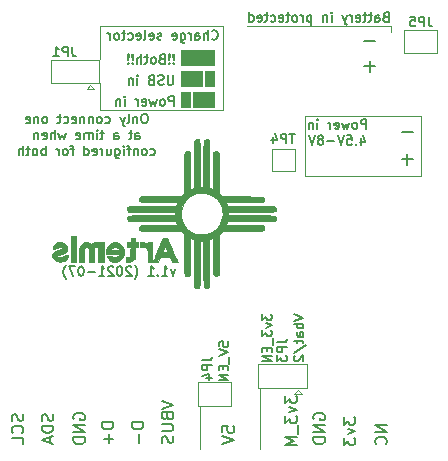
<source format=gbr>
G04 #@! TF.GenerationSoftware,KiCad,Pcbnew,(5.1.8)-1*
G04 #@! TF.CreationDate,2021-09-05T10:08:22+02:00*
G04 #@! TF.ProjectId,SuperPower-uC-KiCad,53757065-7250-46f7-9765-722d75432d4b,rev?*
G04 #@! TF.SameCoordinates,Original*
G04 #@! TF.FileFunction,Legend,Bot*
G04 #@! TF.FilePolarity,Positive*
%FSLAX46Y46*%
G04 Gerber Fmt 4.6, Leading zero omitted, Abs format (unit mm)*
G04 Created by KiCad (PCBNEW (5.1.8)-1) date 2021-09-05 10:08:22*
%MOMM*%
%LPD*%
G01*
G04 APERTURE LIST*
%ADD10C,0.150000*%
%ADD11C,0.120000*%
%ADD12C,0.100000*%
%ADD13C,0.010000*%
G04 APERTURE END LIST*
D10*
X163747504Y-109359952D02*
X164547504Y-109626619D01*
X163747504Y-109893285D01*
X164547504Y-110159952D02*
X163747504Y-110159952D01*
X164052266Y-110159952D02*
X164014171Y-110236142D01*
X164014171Y-110388523D01*
X164052266Y-110464714D01*
X164090361Y-110502809D01*
X164166552Y-110540904D01*
X164395123Y-110540904D01*
X164471314Y-110502809D01*
X164509409Y-110464714D01*
X164547504Y-110388523D01*
X164547504Y-110236142D01*
X164509409Y-110159952D01*
X164547504Y-111226619D02*
X164128457Y-111226619D01*
X164052266Y-111188523D01*
X164014171Y-111112333D01*
X164014171Y-110959952D01*
X164052266Y-110883761D01*
X164509409Y-111226619D02*
X164547504Y-111150428D01*
X164547504Y-110959952D01*
X164509409Y-110883761D01*
X164433219Y-110845666D01*
X164357028Y-110845666D01*
X164280838Y-110883761D01*
X164242742Y-110959952D01*
X164242742Y-111150428D01*
X164204647Y-111226619D01*
X164014171Y-111493285D02*
X164014171Y-111798047D01*
X163747504Y-111607571D02*
X164433219Y-111607571D01*
X164509409Y-111645666D01*
X164547504Y-111721857D01*
X164547504Y-111798047D01*
X163709409Y-112636142D02*
X164737980Y-111950428D01*
X163823695Y-112864714D02*
X163785600Y-112902809D01*
X163747504Y-112979000D01*
X163747504Y-113169476D01*
X163785600Y-113245666D01*
X163823695Y-113283761D01*
X163899885Y-113321857D01*
X163976076Y-113321857D01*
X164090361Y-113283761D01*
X164547504Y-112826619D01*
X164547504Y-113321857D01*
X161080504Y-109340904D02*
X161080504Y-109836142D01*
X161385266Y-109569476D01*
X161385266Y-109683761D01*
X161423361Y-109759952D01*
X161461457Y-109798047D01*
X161537647Y-109836142D01*
X161728123Y-109836142D01*
X161804314Y-109798047D01*
X161842409Y-109759952D01*
X161880504Y-109683761D01*
X161880504Y-109455190D01*
X161842409Y-109379000D01*
X161804314Y-109340904D01*
X161347171Y-110102809D02*
X161880504Y-110293285D01*
X161347171Y-110483761D01*
X161080504Y-110712333D02*
X161080504Y-111207571D01*
X161385266Y-110940904D01*
X161385266Y-111055190D01*
X161423361Y-111131380D01*
X161461457Y-111169476D01*
X161537647Y-111207571D01*
X161728123Y-111207571D01*
X161804314Y-111169476D01*
X161842409Y-111131380D01*
X161880504Y-111055190D01*
X161880504Y-110826619D01*
X161842409Y-110750428D01*
X161804314Y-110712333D01*
X161956695Y-111359952D02*
X161956695Y-111969476D01*
X161461457Y-112159952D02*
X161461457Y-112426619D01*
X161880504Y-112540904D02*
X161880504Y-112159952D01*
X161080504Y-112159952D01*
X161080504Y-112540904D01*
X161880504Y-112883761D02*
X161080504Y-112883761D01*
X161880504Y-113340904D01*
X161080504Y-113340904D01*
X157397504Y-112045904D02*
X157397504Y-111664952D01*
X157778457Y-111626857D01*
X157740361Y-111664952D01*
X157702266Y-111741142D01*
X157702266Y-111931619D01*
X157740361Y-112007809D01*
X157778457Y-112045904D01*
X157854647Y-112084000D01*
X158045123Y-112084000D01*
X158121314Y-112045904D01*
X158159409Y-112007809D01*
X158197504Y-111931619D01*
X158197504Y-111741142D01*
X158159409Y-111664952D01*
X158121314Y-111626857D01*
X157397504Y-112312571D02*
X158197504Y-112579238D01*
X157397504Y-112845904D01*
X158273695Y-112922095D02*
X158273695Y-113531619D01*
X157778457Y-113722095D02*
X157778457Y-113988761D01*
X158197504Y-114103047D02*
X158197504Y-113722095D01*
X157397504Y-113722095D01*
X157397504Y-114103047D01*
X158197504Y-114445904D02*
X157397504Y-114445904D01*
X158197504Y-114903047D01*
X157397504Y-114903047D01*
D11*
X155803600Y-120777000D02*
X155803600Y-117094000D01*
X160883600Y-120777000D02*
X160883600Y-115570000D01*
D10*
X173786742Y-96224714D02*
X172872457Y-96224714D01*
X173329600Y-96681857D02*
X173329600Y-95767571D01*
D11*
X164693600Y-92583000D02*
X164693600Y-97663000D01*
X169900600Y-92583000D02*
X164693600Y-92583000D01*
X169926000Y-92583000D02*
X174472600Y-92583000D01*
D10*
X171622980Y-118721285D02*
X170622980Y-118721285D01*
X171622980Y-119292714D01*
X170622980Y-119292714D01*
X171527742Y-120340333D02*
X171575361Y-120292714D01*
X171622980Y-120149857D01*
X171622980Y-120054619D01*
X171575361Y-119911761D01*
X171480123Y-119816523D01*
X171384885Y-119768904D01*
X171194409Y-119721285D01*
X171051552Y-119721285D01*
X170861076Y-119768904D01*
X170765838Y-119816523D01*
X170670600Y-119911761D01*
X170622980Y-120054619D01*
X170622980Y-120149857D01*
X170670600Y-120292714D01*
X170718219Y-120340333D01*
X173786742Y-93938714D02*
X172872457Y-93938714D01*
X170611742Y-86191714D02*
X169697457Y-86191714D01*
X170611742Y-88350714D02*
X169697457Y-88350714D01*
X170154600Y-88807857D02*
X170154600Y-87893571D01*
X153677024Y-105528131D02*
X153486548Y-106061464D01*
X153296072Y-105528131D01*
X152572262Y-106061464D02*
X153029405Y-106061464D01*
X152800834Y-106061464D02*
X152800834Y-105261464D01*
X152877024Y-105375750D01*
X152953215Y-105451940D01*
X153029405Y-105490036D01*
X152229405Y-105985274D02*
X152191310Y-106023369D01*
X152229405Y-106061464D01*
X152267500Y-106023369D01*
X152229405Y-105985274D01*
X152229405Y-106061464D01*
X151429405Y-106061464D02*
X151886548Y-106061464D01*
X151657977Y-106061464D02*
X151657977Y-105261464D01*
X151734167Y-105375750D01*
X151810358Y-105451940D01*
X151886548Y-105490036D01*
X150248453Y-106366226D02*
X150286548Y-106328131D01*
X150362739Y-106213845D01*
X150400834Y-106137655D01*
X150438929Y-106023369D01*
X150477024Y-105832893D01*
X150477024Y-105680512D01*
X150438929Y-105490036D01*
X150400834Y-105375750D01*
X150362739Y-105299560D01*
X150286548Y-105185274D01*
X150248453Y-105147179D01*
X149981786Y-105337655D02*
X149943691Y-105299560D01*
X149867500Y-105261464D01*
X149677024Y-105261464D01*
X149600834Y-105299560D01*
X149562739Y-105337655D01*
X149524643Y-105413845D01*
X149524643Y-105490036D01*
X149562739Y-105604321D01*
X150019881Y-106061464D01*
X149524643Y-106061464D01*
X149029405Y-105261464D02*
X148953215Y-105261464D01*
X148877024Y-105299560D01*
X148838929Y-105337655D01*
X148800834Y-105413845D01*
X148762739Y-105566226D01*
X148762739Y-105756702D01*
X148800834Y-105909083D01*
X148838929Y-105985274D01*
X148877024Y-106023369D01*
X148953215Y-106061464D01*
X149029405Y-106061464D01*
X149105596Y-106023369D01*
X149143691Y-105985274D01*
X149181786Y-105909083D01*
X149219881Y-105756702D01*
X149219881Y-105566226D01*
X149181786Y-105413845D01*
X149143691Y-105337655D01*
X149105596Y-105299560D01*
X149029405Y-105261464D01*
X148457977Y-105337655D02*
X148419881Y-105299560D01*
X148343691Y-105261464D01*
X148153215Y-105261464D01*
X148077024Y-105299560D01*
X148038929Y-105337655D01*
X148000834Y-105413845D01*
X148000834Y-105490036D01*
X148038929Y-105604321D01*
X148496072Y-106061464D01*
X148000834Y-106061464D01*
X147238929Y-106061464D02*
X147696072Y-106061464D01*
X147467500Y-106061464D02*
X147467500Y-105261464D01*
X147543691Y-105375750D01*
X147619881Y-105451940D01*
X147696072Y-105490036D01*
X146896072Y-105756702D02*
X146286548Y-105756702D01*
X145753215Y-105261464D02*
X145677024Y-105261464D01*
X145600834Y-105299560D01*
X145562739Y-105337655D01*
X145524643Y-105413845D01*
X145486548Y-105566226D01*
X145486548Y-105756702D01*
X145524643Y-105909083D01*
X145562739Y-105985274D01*
X145600834Y-106023369D01*
X145677024Y-106061464D01*
X145753215Y-106061464D01*
X145829405Y-106023369D01*
X145867500Y-105985274D01*
X145905596Y-105909083D01*
X145943691Y-105756702D01*
X145943691Y-105566226D01*
X145905596Y-105413845D01*
X145867500Y-105337655D01*
X145829405Y-105299560D01*
X145753215Y-105261464D01*
X145219881Y-105261464D02*
X144686548Y-105261464D01*
X145029405Y-106061464D01*
X144457977Y-106366226D02*
X144419881Y-106328131D01*
X144343691Y-106213845D01*
X144305596Y-106137655D01*
X144267500Y-106023369D01*
X144229405Y-105832893D01*
X144229405Y-105680512D01*
X144267500Y-105490036D01*
X144305596Y-105375750D01*
X144343691Y-105299560D01*
X144419881Y-105185274D01*
X144457977Y-105147179D01*
X151173828Y-92369704D02*
X151021447Y-92369704D01*
X150945257Y-92407800D01*
X150869066Y-92483990D01*
X150830971Y-92636371D01*
X150830971Y-92903038D01*
X150869066Y-93055419D01*
X150945257Y-93131609D01*
X151021447Y-93169704D01*
X151173828Y-93169704D01*
X151250019Y-93131609D01*
X151326209Y-93055419D01*
X151364304Y-92903038D01*
X151364304Y-92636371D01*
X151326209Y-92483990D01*
X151250019Y-92407800D01*
X151173828Y-92369704D01*
X150488114Y-92636371D02*
X150488114Y-93169704D01*
X150488114Y-92712561D02*
X150450019Y-92674466D01*
X150373828Y-92636371D01*
X150259542Y-92636371D01*
X150183352Y-92674466D01*
X150145257Y-92750657D01*
X150145257Y-93169704D01*
X149650019Y-93169704D02*
X149726209Y-93131609D01*
X149764304Y-93055419D01*
X149764304Y-92369704D01*
X149421447Y-92636371D02*
X149230971Y-93169704D01*
X149040495Y-92636371D02*
X149230971Y-93169704D01*
X149307161Y-93360180D01*
X149345257Y-93398276D01*
X149421447Y-93436371D01*
X147783352Y-93131609D02*
X147859542Y-93169704D01*
X148011923Y-93169704D01*
X148088114Y-93131609D01*
X148126209Y-93093514D01*
X148164304Y-93017323D01*
X148164304Y-92788752D01*
X148126209Y-92712561D01*
X148088114Y-92674466D01*
X148011923Y-92636371D01*
X147859542Y-92636371D01*
X147783352Y-92674466D01*
X147326209Y-93169704D02*
X147402400Y-93131609D01*
X147440495Y-93093514D01*
X147478590Y-93017323D01*
X147478590Y-92788752D01*
X147440495Y-92712561D01*
X147402400Y-92674466D01*
X147326209Y-92636371D01*
X147211923Y-92636371D01*
X147135733Y-92674466D01*
X147097638Y-92712561D01*
X147059542Y-92788752D01*
X147059542Y-93017323D01*
X147097638Y-93093514D01*
X147135733Y-93131609D01*
X147211923Y-93169704D01*
X147326209Y-93169704D01*
X146716685Y-92636371D02*
X146716685Y-93169704D01*
X146716685Y-92712561D02*
X146678590Y-92674466D01*
X146602400Y-92636371D01*
X146488114Y-92636371D01*
X146411923Y-92674466D01*
X146373828Y-92750657D01*
X146373828Y-93169704D01*
X145992876Y-92636371D02*
X145992876Y-93169704D01*
X145992876Y-92712561D02*
X145954780Y-92674466D01*
X145878590Y-92636371D01*
X145764304Y-92636371D01*
X145688114Y-92674466D01*
X145650019Y-92750657D01*
X145650019Y-93169704D01*
X144964304Y-93131609D02*
X145040495Y-93169704D01*
X145192876Y-93169704D01*
X145269066Y-93131609D01*
X145307161Y-93055419D01*
X145307161Y-92750657D01*
X145269066Y-92674466D01*
X145192876Y-92636371D01*
X145040495Y-92636371D01*
X144964304Y-92674466D01*
X144926209Y-92750657D01*
X144926209Y-92826847D01*
X145307161Y-92903038D01*
X144240495Y-93131609D02*
X144316685Y-93169704D01*
X144469066Y-93169704D01*
X144545257Y-93131609D01*
X144583352Y-93093514D01*
X144621447Y-93017323D01*
X144621447Y-92788752D01*
X144583352Y-92712561D01*
X144545257Y-92674466D01*
X144469066Y-92636371D01*
X144316685Y-92636371D01*
X144240495Y-92674466D01*
X144011923Y-92636371D02*
X143707161Y-92636371D01*
X143897638Y-92369704D02*
X143897638Y-93055419D01*
X143859542Y-93131609D01*
X143783352Y-93169704D01*
X143707161Y-93169704D01*
X142716685Y-93169704D02*
X142792876Y-93131609D01*
X142830971Y-93093514D01*
X142869066Y-93017323D01*
X142869066Y-92788752D01*
X142830971Y-92712561D01*
X142792876Y-92674466D01*
X142716685Y-92636371D01*
X142602400Y-92636371D01*
X142526209Y-92674466D01*
X142488114Y-92712561D01*
X142450019Y-92788752D01*
X142450019Y-93017323D01*
X142488114Y-93093514D01*
X142526209Y-93131609D01*
X142602400Y-93169704D01*
X142716685Y-93169704D01*
X142107161Y-92636371D02*
X142107161Y-93169704D01*
X142107161Y-92712561D02*
X142069066Y-92674466D01*
X141992876Y-92636371D01*
X141878590Y-92636371D01*
X141802400Y-92674466D01*
X141764304Y-92750657D01*
X141764304Y-93169704D01*
X141078590Y-93131609D02*
X141154780Y-93169704D01*
X141307161Y-93169704D01*
X141383352Y-93131609D01*
X141421447Y-93055419D01*
X141421447Y-92750657D01*
X141383352Y-92674466D01*
X141307161Y-92636371D01*
X141154780Y-92636371D01*
X141078590Y-92674466D01*
X141040495Y-92750657D01*
X141040495Y-92826847D01*
X141421447Y-92903038D01*
X150316685Y-94519704D02*
X150316685Y-94100657D01*
X150354780Y-94024466D01*
X150430971Y-93986371D01*
X150583352Y-93986371D01*
X150659542Y-94024466D01*
X150316685Y-94481609D02*
X150392876Y-94519704D01*
X150583352Y-94519704D01*
X150659542Y-94481609D01*
X150697638Y-94405419D01*
X150697638Y-94329228D01*
X150659542Y-94253038D01*
X150583352Y-94214942D01*
X150392876Y-94214942D01*
X150316685Y-94176847D01*
X150050019Y-93986371D02*
X149745257Y-93986371D01*
X149935733Y-93719704D02*
X149935733Y-94405419D01*
X149897638Y-94481609D01*
X149821447Y-94519704D01*
X149745257Y-94519704D01*
X148526209Y-94519704D02*
X148526209Y-94100657D01*
X148564304Y-94024466D01*
X148640495Y-93986371D01*
X148792876Y-93986371D01*
X148869066Y-94024466D01*
X148526209Y-94481609D02*
X148602400Y-94519704D01*
X148792876Y-94519704D01*
X148869066Y-94481609D01*
X148907161Y-94405419D01*
X148907161Y-94329228D01*
X148869066Y-94253038D01*
X148792876Y-94214942D01*
X148602400Y-94214942D01*
X148526209Y-94176847D01*
X147650019Y-93986371D02*
X147345257Y-93986371D01*
X147535733Y-93719704D02*
X147535733Y-94405419D01*
X147497638Y-94481609D01*
X147421447Y-94519704D01*
X147345257Y-94519704D01*
X147078590Y-94519704D02*
X147078590Y-93986371D01*
X147078590Y-93719704D02*
X147116685Y-93757800D01*
X147078590Y-93795895D01*
X147040495Y-93757800D01*
X147078590Y-93719704D01*
X147078590Y-93795895D01*
X146697638Y-94519704D02*
X146697638Y-93986371D01*
X146697638Y-94062561D02*
X146659542Y-94024466D01*
X146583352Y-93986371D01*
X146469066Y-93986371D01*
X146392876Y-94024466D01*
X146354780Y-94100657D01*
X146354780Y-94519704D01*
X146354780Y-94100657D02*
X146316685Y-94024466D01*
X146240495Y-93986371D01*
X146126209Y-93986371D01*
X146050019Y-94024466D01*
X146011923Y-94100657D01*
X146011923Y-94519704D01*
X145326209Y-94481609D02*
X145402400Y-94519704D01*
X145554780Y-94519704D01*
X145630971Y-94481609D01*
X145669066Y-94405419D01*
X145669066Y-94100657D01*
X145630971Y-94024466D01*
X145554780Y-93986371D01*
X145402400Y-93986371D01*
X145326209Y-94024466D01*
X145288114Y-94100657D01*
X145288114Y-94176847D01*
X145669066Y-94253038D01*
X144411923Y-93986371D02*
X144259542Y-94519704D01*
X144107161Y-94138752D01*
X143954780Y-94519704D01*
X143802400Y-93986371D01*
X143497638Y-94519704D02*
X143497638Y-93719704D01*
X143154780Y-94519704D02*
X143154780Y-94100657D01*
X143192876Y-94024466D01*
X143269066Y-93986371D01*
X143383352Y-93986371D01*
X143459542Y-94024466D01*
X143497638Y-94062561D01*
X142469066Y-94481609D02*
X142545257Y-94519704D01*
X142697638Y-94519704D01*
X142773828Y-94481609D01*
X142811923Y-94405419D01*
X142811923Y-94100657D01*
X142773828Y-94024466D01*
X142697638Y-93986371D01*
X142545257Y-93986371D01*
X142469066Y-94024466D01*
X142430971Y-94100657D01*
X142430971Y-94176847D01*
X142811923Y-94253038D01*
X142088114Y-93986371D02*
X142088114Y-94519704D01*
X142088114Y-94062561D02*
X142050019Y-94024466D01*
X141973828Y-93986371D01*
X141859542Y-93986371D01*
X141783352Y-94024466D01*
X141745257Y-94100657D01*
X141745257Y-94519704D01*
X151592876Y-95831609D02*
X151669066Y-95869704D01*
X151821447Y-95869704D01*
X151897638Y-95831609D01*
X151935733Y-95793514D01*
X151973828Y-95717323D01*
X151973828Y-95488752D01*
X151935733Y-95412561D01*
X151897638Y-95374466D01*
X151821447Y-95336371D01*
X151669066Y-95336371D01*
X151592876Y-95374466D01*
X151135733Y-95869704D02*
X151211923Y-95831609D01*
X151250019Y-95793514D01*
X151288114Y-95717323D01*
X151288114Y-95488752D01*
X151250019Y-95412561D01*
X151211923Y-95374466D01*
X151135733Y-95336371D01*
X151021447Y-95336371D01*
X150945257Y-95374466D01*
X150907161Y-95412561D01*
X150869066Y-95488752D01*
X150869066Y-95717323D01*
X150907161Y-95793514D01*
X150945257Y-95831609D01*
X151021447Y-95869704D01*
X151135733Y-95869704D01*
X150526209Y-95336371D02*
X150526209Y-95869704D01*
X150526209Y-95412561D02*
X150488114Y-95374466D01*
X150411923Y-95336371D01*
X150297638Y-95336371D01*
X150221447Y-95374466D01*
X150183352Y-95450657D01*
X150183352Y-95869704D01*
X149916685Y-95336371D02*
X149611923Y-95336371D01*
X149802400Y-95869704D02*
X149802400Y-95183990D01*
X149764304Y-95107800D01*
X149688114Y-95069704D01*
X149611923Y-95069704D01*
X149345257Y-95869704D02*
X149345257Y-95336371D01*
X149345257Y-95069704D02*
X149383352Y-95107800D01*
X149345257Y-95145895D01*
X149307161Y-95107800D01*
X149345257Y-95069704D01*
X149345257Y-95145895D01*
X148621447Y-95336371D02*
X148621447Y-95983990D01*
X148659542Y-96060180D01*
X148697638Y-96098276D01*
X148773828Y-96136371D01*
X148888114Y-96136371D01*
X148964304Y-96098276D01*
X148621447Y-95831609D02*
X148697638Y-95869704D01*
X148850019Y-95869704D01*
X148926209Y-95831609D01*
X148964304Y-95793514D01*
X149002400Y-95717323D01*
X149002400Y-95488752D01*
X148964304Y-95412561D01*
X148926209Y-95374466D01*
X148850019Y-95336371D01*
X148697638Y-95336371D01*
X148621447Y-95374466D01*
X147897638Y-95336371D02*
X147897638Y-95869704D01*
X148240495Y-95336371D02*
X148240495Y-95755419D01*
X148202400Y-95831609D01*
X148126209Y-95869704D01*
X148011923Y-95869704D01*
X147935733Y-95831609D01*
X147897638Y-95793514D01*
X147516685Y-95869704D02*
X147516685Y-95336371D01*
X147516685Y-95488752D02*
X147478590Y-95412561D01*
X147440495Y-95374466D01*
X147364304Y-95336371D01*
X147288114Y-95336371D01*
X146716685Y-95831609D02*
X146792876Y-95869704D01*
X146945257Y-95869704D01*
X147021447Y-95831609D01*
X147059542Y-95755419D01*
X147059542Y-95450657D01*
X147021447Y-95374466D01*
X146945257Y-95336371D01*
X146792876Y-95336371D01*
X146716685Y-95374466D01*
X146678590Y-95450657D01*
X146678590Y-95526847D01*
X147059542Y-95603038D01*
X145992876Y-95869704D02*
X145992876Y-95069704D01*
X145992876Y-95831609D02*
X146069066Y-95869704D01*
X146221447Y-95869704D01*
X146297638Y-95831609D01*
X146335733Y-95793514D01*
X146373828Y-95717323D01*
X146373828Y-95488752D01*
X146335733Y-95412561D01*
X146297638Y-95374466D01*
X146221447Y-95336371D01*
X146069066Y-95336371D01*
X145992876Y-95374466D01*
X145116685Y-95336371D02*
X144811923Y-95336371D01*
X145002400Y-95869704D02*
X145002400Y-95183990D01*
X144964304Y-95107800D01*
X144888114Y-95069704D01*
X144811923Y-95069704D01*
X144430971Y-95869704D02*
X144507161Y-95831609D01*
X144545257Y-95793514D01*
X144583352Y-95717323D01*
X144583352Y-95488752D01*
X144545257Y-95412561D01*
X144507161Y-95374466D01*
X144430971Y-95336371D01*
X144316685Y-95336371D01*
X144240495Y-95374466D01*
X144202400Y-95412561D01*
X144164304Y-95488752D01*
X144164304Y-95717323D01*
X144202400Y-95793514D01*
X144240495Y-95831609D01*
X144316685Y-95869704D01*
X144430971Y-95869704D01*
X143821447Y-95869704D02*
X143821447Y-95336371D01*
X143821447Y-95488752D02*
X143783352Y-95412561D01*
X143745257Y-95374466D01*
X143669066Y-95336371D01*
X143592876Y-95336371D01*
X142716685Y-95869704D02*
X142716685Y-95069704D01*
X142716685Y-95374466D02*
X142640495Y-95336371D01*
X142488114Y-95336371D01*
X142411923Y-95374466D01*
X142373828Y-95412561D01*
X142335733Y-95488752D01*
X142335733Y-95717323D01*
X142373828Y-95793514D01*
X142411923Y-95831609D01*
X142488114Y-95869704D01*
X142640495Y-95869704D01*
X142716685Y-95831609D01*
X141878590Y-95869704D02*
X141954780Y-95831609D01*
X141992876Y-95793514D01*
X142030971Y-95717323D01*
X142030971Y-95488752D01*
X141992876Y-95412561D01*
X141954780Y-95374466D01*
X141878590Y-95336371D01*
X141764304Y-95336371D01*
X141688114Y-95374466D01*
X141650019Y-95412561D01*
X141611923Y-95488752D01*
X141611923Y-95717323D01*
X141650019Y-95793514D01*
X141688114Y-95831609D01*
X141764304Y-95869704D01*
X141878590Y-95869704D01*
X141383352Y-95336371D02*
X141078590Y-95336371D01*
X141269066Y-95069704D02*
X141269066Y-95755419D01*
X141230971Y-95831609D01*
X141154780Y-95869704D01*
X141078590Y-95869704D01*
X140811923Y-95869704D02*
X140811923Y-95069704D01*
X140469066Y-95869704D02*
X140469066Y-95450657D01*
X140507161Y-95374466D01*
X140583352Y-95336371D01*
X140697638Y-95336371D01*
X140773828Y-95374466D01*
X140811923Y-95412561D01*
D12*
G36*
X156972000Y-88265000D02*
G01*
X154178000Y-88265000D01*
X154178000Y-86995000D01*
X156972000Y-86995000D01*
X156972000Y-88265000D01*
G37*
X156972000Y-88265000D02*
X154178000Y-88265000D01*
X154178000Y-86995000D01*
X156972000Y-86995000D01*
X156972000Y-88265000D01*
D10*
X153561809Y-88042714D02*
X153523714Y-88080809D01*
X153561809Y-88118904D01*
X153599904Y-88080809D01*
X153561809Y-88042714D01*
X153561809Y-88118904D01*
X153561809Y-87814142D02*
X153599904Y-87357000D01*
X153561809Y-87318904D01*
X153523714Y-87357000D01*
X153561809Y-87814142D01*
X153561809Y-87318904D01*
X153180857Y-88042714D02*
X153142761Y-88080809D01*
X153180857Y-88118904D01*
X153218952Y-88080809D01*
X153180857Y-88042714D01*
X153180857Y-88118904D01*
X153180857Y-87814142D02*
X153218952Y-87357000D01*
X153180857Y-87318904D01*
X153142761Y-87357000D01*
X153180857Y-87814142D01*
X153180857Y-87318904D01*
X152533238Y-87699857D02*
X152418952Y-87737952D01*
X152380857Y-87776047D01*
X152342761Y-87852238D01*
X152342761Y-87966523D01*
X152380857Y-88042714D01*
X152418952Y-88080809D01*
X152495142Y-88118904D01*
X152799904Y-88118904D01*
X152799904Y-87318904D01*
X152533238Y-87318904D01*
X152457047Y-87357000D01*
X152418952Y-87395095D01*
X152380857Y-87471285D01*
X152380857Y-87547476D01*
X152418952Y-87623666D01*
X152457047Y-87661761D01*
X152533238Y-87699857D01*
X152799904Y-87699857D01*
X151885619Y-88118904D02*
X151961809Y-88080809D01*
X151999904Y-88042714D01*
X152038000Y-87966523D01*
X152038000Y-87737952D01*
X151999904Y-87661761D01*
X151961809Y-87623666D01*
X151885619Y-87585571D01*
X151771333Y-87585571D01*
X151695142Y-87623666D01*
X151657047Y-87661761D01*
X151618952Y-87737952D01*
X151618952Y-87966523D01*
X151657047Y-88042714D01*
X151695142Y-88080809D01*
X151771333Y-88118904D01*
X151885619Y-88118904D01*
X151390380Y-87585571D02*
X151085619Y-87585571D01*
X151276095Y-87318904D02*
X151276095Y-88004619D01*
X151238000Y-88080809D01*
X151161809Y-88118904D01*
X151085619Y-88118904D01*
X150818952Y-88118904D02*
X150818952Y-87318904D01*
X150476095Y-88118904D02*
X150476095Y-87699857D01*
X150514190Y-87623666D01*
X150590380Y-87585571D01*
X150704666Y-87585571D01*
X150780857Y-87623666D01*
X150818952Y-87661761D01*
X150095142Y-88042714D02*
X150057047Y-88080809D01*
X150095142Y-88118904D01*
X150133238Y-88080809D01*
X150095142Y-88042714D01*
X150095142Y-88118904D01*
X150095142Y-87814142D02*
X150133238Y-87357000D01*
X150095142Y-87318904D01*
X150057047Y-87357000D01*
X150095142Y-87814142D01*
X150095142Y-87318904D01*
X149714190Y-88042714D02*
X149676095Y-88080809D01*
X149714190Y-88118904D01*
X149752285Y-88080809D01*
X149714190Y-88042714D01*
X149714190Y-88118904D01*
X149714190Y-87814142D02*
X149752285Y-87357000D01*
X149714190Y-87318904D01*
X149676095Y-87357000D01*
X149714190Y-87814142D01*
X149714190Y-87318904D01*
X153504666Y-89096904D02*
X153504666Y-89744523D01*
X153466571Y-89820714D01*
X153428476Y-89858809D01*
X153352285Y-89896904D01*
X153199904Y-89896904D01*
X153123714Y-89858809D01*
X153085619Y-89820714D01*
X153047523Y-89744523D01*
X153047523Y-89096904D01*
X152704666Y-89858809D02*
X152590380Y-89896904D01*
X152399904Y-89896904D01*
X152323714Y-89858809D01*
X152285619Y-89820714D01*
X152247523Y-89744523D01*
X152247523Y-89668333D01*
X152285619Y-89592142D01*
X152323714Y-89554047D01*
X152399904Y-89515952D01*
X152552285Y-89477857D01*
X152628476Y-89439761D01*
X152666571Y-89401666D01*
X152704666Y-89325476D01*
X152704666Y-89249285D01*
X152666571Y-89173095D01*
X152628476Y-89135000D01*
X152552285Y-89096904D01*
X152361809Y-89096904D01*
X152247523Y-89135000D01*
X151638000Y-89477857D02*
X151523714Y-89515952D01*
X151485619Y-89554047D01*
X151447523Y-89630238D01*
X151447523Y-89744523D01*
X151485619Y-89820714D01*
X151523714Y-89858809D01*
X151599904Y-89896904D01*
X151904666Y-89896904D01*
X151904666Y-89096904D01*
X151638000Y-89096904D01*
X151561809Y-89135000D01*
X151523714Y-89173095D01*
X151485619Y-89249285D01*
X151485619Y-89325476D01*
X151523714Y-89401666D01*
X151561809Y-89439761D01*
X151638000Y-89477857D01*
X151904666Y-89477857D01*
X150495142Y-89896904D02*
X150495142Y-89363571D01*
X150495142Y-89096904D02*
X150533238Y-89135000D01*
X150495142Y-89173095D01*
X150457047Y-89135000D01*
X150495142Y-89096904D01*
X150495142Y-89173095D01*
X150114190Y-89363571D02*
X150114190Y-89896904D01*
X150114190Y-89439761D02*
X150076095Y-89401666D01*
X149999904Y-89363571D01*
X149885619Y-89363571D01*
X149809428Y-89401666D01*
X149771333Y-89477857D01*
X149771333Y-89896904D01*
D12*
G36*
X155956000Y-90043000D02*
G01*
X154178000Y-90043000D01*
X154178000Y-88773000D01*
X155956000Y-88773000D01*
X155956000Y-90043000D01*
G37*
X155956000Y-90043000D02*
X154178000Y-90043000D01*
X154178000Y-88773000D01*
X155956000Y-88773000D01*
X155956000Y-90043000D01*
G36*
X156972000Y-90043000D02*
G01*
X156210000Y-90043000D01*
X156210000Y-88773000D01*
X156972000Y-88773000D01*
X156972000Y-90043000D01*
G37*
X156972000Y-90043000D02*
X156210000Y-90043000D01*
X156210000Y-88773000D01*
X156972000Y-88773000D01*
X156972000Y-90043000D01*
D10*
X153568095Y-91674904D02*
X153568095Y-90874904D01*
X153263333Y-90874904D01*
X153187142Y-90913000D01*
X153149047Y-90951095D01*
X153110952Y-91027285D01*
X153110952Y-91141571D01*
X153149047Y-91217761D01*
X153187142Y-91255857D01*
X153263333Y-91293952D01*
X153568095Y-91293952D01*
X152653809Y-91674904D02*
X152730000Y-91636809D01*
X152768095Y-91598714D01*
X152806190Y-91522523D01*
X152806190Y-91293952D01*
X152768095Y-91217761D01*
X152730000Y-91179666D01*
X152653809Y-91141571D01*
X152539523Y-91141571D01*
X152463333Y-91179666D01*
X152425238Y-91217761D01*
X152387142Y-91293952D01*
X152387142Y-91522523D01*
X152425238Y-91598714D01*
X152463333Y-91636809D01*
X152539523Y-91674904D01*
X152653809Y-91674904D01*
X152120476Y-91141571D02*
X151968095Y-91674904D01*
X151815714Y-91293952D01*
X151663333Y-91674904D01*
X151510952Y-91141571D01*
X150901428Y-91636809D02*
X150977619Y-91674904D01*
X151130000Y-91674904D01*
X151206190Y-91636809D01*
X151244285Y-91560619D01*
X151244285Y-91255857D01*
X151206190Y-91179666D01*
X151130000Y-91141571D01*
X150977619Y-91141571D01*
X150901428Y-91179666D01*
X150863333Y-91255857D01*
X150863333Y-91332047D01*
X151244285Y-91408238D01*
X150520476Y-91674904D02*
X150520476Y-91141571D01*
X150520476Y-91293952D02*
X150482380Y-91217761D01*
X150444285Y-91179666D01*
X150368095Y-91141571D01*
X150291904Y-91141571D01*
X149415714Y-91674904D02*
X149415714Y-91141571D01*
X149415714Y-90874904D02*
X149453809Y-90913000D01*
X149415714Y-90951095D01*
X149377619Y-90913000D01*
X149415714Y-90874904D01*
X149415714Y-90951095D01*
X149034761Y-91141571D02*
X149034761Y-91674904D01*
X149034761Y-91217761D02*
X148996666Y-91179666D01*
X148920476Y-91141571D01*
X148806190Y-91141571D01*
X148730000Y-91179666D01*
X148691904Y-91255857D01*
X148691904Y-91674904D01*
D12*
G36*
X154940000Y-91821000D02*
G01*
X154178000Y-91821000D01*
X154178000Y-90551000D01*
X154940000Y-90551000D01*
X154940000Y-91821000D01*
G37*
X154940000Y-91821000D02*
X154178000Y-91821000D01*
X154178000Y-90551000D01*
X154940000Y-90551000D01*
X154940000Y-91821000D01*
G36*
X156972000Y-91821000D02*
G01*
X155194000Y-91821000D01*
X155194000Y-90551000D01*
X156972000Y-90551000D01*
X156972000Y-91821000D01*
G37*
X156972000Y-91821000D02*
X155194000Y-91821000D01*
X155194000Y-90551000D01*
X156972000Y-90551000D01*
X156972000Y-91821000D01*
D10*
X156787333Y-86010714D02*
X156825428Y-86048809D01*
X156939714Y-86086904D01*
X157015904Y-86086904D01*
X157130190Y-86048809D01*
X157206380Y-85972619D01*
X157244476Y-85896428D01*
X157282571Y-85744047D01*
X157282571Y-85629761D01*
X157244476Y-85477380D01*
X157206380Y-85401190D01*
X157130190Y-85325000D01*
X157015904Y-85286904D01*
X156939714Y-85286904D01*
X156825428Y-85325000D01*
X156787333Y-85363095D01*
X156444476Y-86086904D02*
X156444476Y-85286904D01*
X156101619Y-86086904D02*
X156101619Y-85667857D01*
X156139714Y-85591666D01*
X156215904Y-85553571D01*
X156330190Y-85553571D01*
X156406380Y-85591666D01*
X156444476Y-85629761D01*
X155377809Y-86086904D02*
X155377809Y-85667857D01*
X155415904Y-85591666D01*
X155492095Y-85553571D01*
X155644476Y-85553571D01*
X155720666Y-85591666D01*
X155377809Y-86048809D02*
X155454000Y-86086904D01*
X155644476Y-86086904D01*
X155720666Y-86048809D01*
X155758761Y-85972619D01*
X155758761Y-85896428D01*
X155720666Y-85820238D01*
X155644476Y-85782142D01*
X155454000Y-85782142D01*
X155377809Y-85744047D01*
X154996857Y-86086904D02*
X154996857Y-85553571D01*
X154996857Y-85705952D02*
X154958761Y-85629761D01*
X154920666Y-85591666D01*
X154844476Y-85553571D01*
X154768285Y-85553571D01*
X154158761Y-85553571D02*
X154158761Y-86201190D01*
X154196857Y-86277380D01*
X154234952Y-86315476D01*
X154311142Y-86353571D01*
X154425428Y-86353571D01*
X154501619Y-86315476D01*
X154158761Y-86048809D02*
X154234952Y-86086904D01*
X154387333Y-86086904D01*
X154463523Y-86048809D01*
X154501619Y-86010714D01*
X154539714Y-85934523D01*
X154539714Y-85705952D01*
X154501619Y-85629761D01*
X154463523Y-85591666D01*
X154387333Y-85553571D01*
X154234952Y-85553571D01*
X154158761Y-85591666D01*
X153473047Y-86048809D02*
X153549238Y-86086904D01*
X153701619Y-86086904D01*
X153777809Y-86048809D01*
X153815904Y-85972619D01*
X153815904Y-85667857D01*
X153777809Y-85591666D01*
X153701619Y-85553571D01*
X153549238Y-85553571D01*
X153473047Y-85591666D01*
X153434952Y-85667857D01*
X153434952Y-85744047D01*
X153815904Y-85820238D01*
X152520666Y-86048809D02*
X152444476Y-86086904D01*
X152292095Y-86086904D01*
X152215904Y-86048809D01*
X152177809Y-85972619D01*
X152177809Y-85934523D01*
X152215904Y-85858333D01*
X152292095Y-85820238D01*
X152406380Y-85820238D01*
X152482571Y-85782142D01*
X152520666Y-85705952D01*
X152520666Y-85667857D01*
X152482571Y-85591666D01*
X152406380Y-85553571D01*
X152292095Y-85553571D01*
X152215904Y-85591666D01*
X151530190Y-86048809D02*
X151606380Y-86086904D01*
X151758761Y-86086904D01*
X151834952Y-86048809D01*
X151873047Y-85972619D01*
X151873047Y-85667857D01*
X151834952Y-85591666D01*
X151758761Y-85553571D01*
X151606380Y-85553571D01*
X151530190Y-85591666D01*
X151492095Y-85667857D01*
X151492095Y-85744047D01*
X151873047Y-85820238D01*
X151034952Y-86086904D02*
X151111142Y-86048809D01*
X151149238Y-85972619D01*
X151149238Y-85286904D01*
X150425428Y-86048809D02*
X150501619Y-86086904D01*
X150654000Y-86086904D01*
X150730190Y-86048809D01*
X150768285Y-85972619D01*
X150768285Y-85667857D01*
X150730190Y-85591666D01*
X150654000Y-85553571D01*
X150501619Y-85553571D01*
X150425428Y-85591666D01*
X150387333Y-85667857D01*
X150387333Y-85744047D01*
X150768285Y-85820238D01*
X149701619Y-86048809D02*
X149777809Y-86086904D01*
X149930190Y-86086904D01*
X150006380Y-86048809D01*
X150044476Y-86010714D01*
X150082571Y-85934523D01*
X150082571Y-85705952D01*
X150044476Y-85629761D01*
X150006380Y-85591666D01*
X149930190Y-85553571D01*
X149777809Y-85553571D01*
X149701619Y-85591666D01*
X149473047Y-85553571D02*
X149168285Y-85553571D01*
X149358761Y-85286904D02*
X149358761Y-85972619D01*
X149320666Y-86048809D01*
X149244476Y-86086904D01*
X149168285Y-86086904D01*
X148787333Y-86086904D02*
X148863523Y-86048809D01*
X148901619Y-86010714D01*
X148939714Y-85934523D01*
X148939714Y-85705952D01*
X148901619Y-85629761D01*
X148863523Y-85591666D01*
X148787333Y-85553571D01*
X148673047Y-85553571D01*
X148596857Y-85591666D01*
X148558761Y-85629761D01*
X148520666Y-85705952D01*
X148520666Y-85934523D01*
X148558761Y-86010714D01*
X148596857Y-86048809D01*
X148673047Y-86086904D01*
X148787333Y-86086904D01*
X148177809Y-86086904D02*
X148177809Y-85553571D01*
X148177809Y-85705952D02*
X148139714Y-85629761D01*
X148101619Y-85591666D01*
X148025428Y-85553571D01*
X147949238Y-85553571D01*
D11*
X147320000Y-92075000D02*
X147320000Y-89789000D01*
X147320000Y-92075000D02*
X157708600Y-92075000D01*
X157708600Y-84963000D02*
X157708600Y-92075000D01*
X157708600Y-84963000D02*
X147320000Y-84963000D01*
X147320000Y-87757000D02*
X147320000Y-84963000D01*
X162560000Y-84963000D02*
X159766000Y-84963000D01*
D10*
X171500095Y-84143857D02*
X171385809Y-84181952D01*
X171347714Y-84220047D01*
X171309619Y-84296238D01*
X171309619Y-84410523D01*
X171347714Y-84486714D01*
X171385809Y-84524809D01*
X171462000Y-84562904D01*
X171766761Y-84562904D01*
X171766761Y-83762904D01*
X171500095Y-83762904D01*
X171423904Y-83801000D01*
X171385809Y-83839095D01*
X171347714Y-83915285D01*
X171347714Y-83991476D01*
X171385809Y-84067666D01*
X171423904Y-84105761D01*
X171500095Y-84143857D01*
X171766761Y-84143857D01*
X170623904Y-84562904D02*
X170623904Y-84143857D01*
X170662000Y-84067666D01*
X170738190Y-84029571D01*
X170890571Y-84029571D01*
X170966761Y-84067666D01*
X170623904Y-84524809D02*
X170700095Y-84562904D01*
X170890571Y-84562904D01*
X170966761Y-84524809D01*
X171004857Y-84448619D01*
X171004857Y-84372428D01*
X170966761Y-84296238D01*
X170890571Y-84258142D01*
X170700095Y-84258142D01*
X170623904Y-84220047D01*
X170357238Y-84029571D02*
X170052476Y-84029571D01*
X170242952Y-83762904D02*
X170242952Y-84448619D01*
X170204857Y-84524809D01*
X170128666Y-84562904D01*
X170052476Y-84562904D01*
X169900095Y-84029571D02*
X169595333Y-84029571D01*
X169785809Y-83762904D02*
X169785809Y-84448619D01*
X169747714Y-84524809D01*
X169671523Y-84562904D01*
X169595333Y-84562904D01*
X169023904Y-84524809D02*
X169100095Y-84562904D01*
X169252476Y-84562904D01*
X169328666Y-84524809D01*
X169366761Y-84448619D01*
X169366761Y-84143857D01*
X169328666Y-84067666D01*
X169252476Y-84029571D01*
X169100095Y-84029571D01*
X169023904Y-84067666D01*
X168985809Y-84143857D01*
X168985809Y-84220047D01*
X169366761Y-84296238D01*
X168642952Y-84562904D02*
X168642952Y-84029571D01*
X168642952Y-84181952D02*
X168604857Y-84105761D01*
X168566761Y-84067666D01*
X168490571Y-84029571D01*
X168414380Y-84029571D01*
X168223904Y-84029571D02*
X168033428Y-84562904D01*
X167842952Y-84029571D02*
X168033428Y-84562904D01*
X168109619Y-84753380D01*
X168147714Y-84791476D01*
X168223904Y-84829571D01*
X166928666Y-84562904D02*
X166928666Y-84029571D01*
X166928666Y-83762904D02*
X166966761Y-83801000D01*
X166928666Y-83839095D01*
X166890571Y-83801000D01*
X166928666Y-83762904D01*
X166928666Y-83839095D01*
X166547714Y-84029571D02*
X166547714Y-84562904D01*
X166547714Y-84105761D02*
X166509619Y-84067666D01*
X166433428Y-84029571D01*
X166319142Y-84029571D01*
X166242952Y-84067666D01*
X166204857Y-84143857D01*
X166204857Y-84562904D01*
X165214380Y-84029571D02*
X165214380Y-84829571D01*
X165214380Y-84067666D02*
X165138190Y-84029571D01*
X164985809Y-84029571D01*
X164909619Y-84067666D01*
X164871523Y-84105761D01*
X164833428Y-84181952D01*
X164833428Y-84410523D01*
X164871523Y-84486714D01*
X164909619Y-84524809D01*
X164985809Y-84562904D01*
X165138190Y-84562904D01*
X165214380Y-84524809D01*
X164490571Y-84562904D02*
X164490571Y-84029571D01*
X164490571Y-84181952D02*
X164452476Y-84105761D01*
X164414380Y-84067666D01*
X164338190Y-84029571D01*
X164262000Y-84029571D01*
X163881047Y-84562904D02*
X163957238Y-84524809D01*
X163995333Y-84486714D01*
X164033428Y-84410523D01*
X164033428Y-84181952D01*
X163995333Y-84105761D01*
X163957238Y-84067666D01*
X163881047Y-84029571D01*
X163766761Y-84029571D01*
X163690571Y-84067666D01*
X163652476Y-84105761D01*
X163614380Y-84181952D01*
X163614380Y-84410523D01*
X163652476Y-84486714D01*
X163690571Y-84524809D01*
X163766761Y-84562904D01*
X163881047Y-84562904D01*
X163385809Y-84029571D02*
X163081047Y-84029571D01*
X163271523Y-83762904D02*
X163271523Y-84448619D01*
X163233428Y-84524809D01*
X163157238Y-84562904D01*
X163081047Y-84562904D01*
X162509619Y-84524809D02*
X162585809Y-84562904D01*
X162738190Y-84562904D01*
X162814380Y-84524809D01*
X162852476Y-84448619D01*
X162852476Y-84143857D01*
X162814380Y-84067666D01*
X162738190Y-84029571D01*
X162585809Y-84029571D01*
X162509619Y-84067666D01*
X162471523Y-84143857D01*
X162471523Y-84220047D01*
X162852476Y-84296238D01*
X161785809Y-84524809D02*
X161862000Y-84562904D01*
X162014380Y-84562904D01*
X162090571Y-84524809D01*
X162128666Y-84486714D01*
X162166761Y-84410523D01*
X162166761Y-84181952D01*
X162128666Y-84105761D01*
X162090571Y-84067666D01*
X162014380Y-84029571D01*
X161862000Y-84029571D01*
X161785809Y-84067666D01*
X161557238Y-84029571D02*
X161252476Y-84029571D01*
X161442952Y-83762904D02*
X161442952Y-84448619D01*
X161404857Y-84524809D01*
X161328666Y-84562904D01*
X161252476Y-84562904D01*
X160681047Y-84524809D02*
X160757238Y-84562904D01*
X160909619Y-84562904D01*
X160985809Y-84524809D01*
X161023904Y-84448619D01*
X161023904Y-84143857D01*
X160985809Y-84067666D01*
X160909619Y-84029571D01*
X160757238Y-84029571D01*
X160681047Y-84067666D01*
X160642952Y-84143857D01*
X160642952Y-84220047D01*
X161023904Y-84296238D01*
X159957238Y-84562904D02*
X159957238Y-83762904D01*
X159957238Y-84524809D02*
X160033428Y-84562904D01*
X160185809Y-84562904D01*
X160262000Y-84524809D01*
X160300095Y-84486714D01*
X160338190Y-84410523D01*
X160338190Y-84181952D01*
X160300095Y-84105761D01*
X160262000Y-84067666D01*
X160185809Y-84029571D01*
X160033428Y-84029571D01*
X159957238Y-84067666D01*
D11*
X171958000Y-84963000D02*
X162560000Y-84963000D01*
X171958000Y-85471000D02*
X171958000Y-84963000D01*
D10*
X169874895Y-93641504D02*
X169874895Y-92841504D01*
X169570133Y-92841504D01*
X169493942Y-92879600D01*
X169455847Y-92917695D01*
X169417752Y-92993885D01*
X169417752Y-93108171D01*
X169455847Y-93184361D01*
X169493942Y-93222457D01*
X169570133Y-93260552D01*
X169874895Y-93260552D01*
X168960609Y-93641504D02*
X169036800Y-93603409D01*
X169074895Y-93565314D01*
X169112990Y-93489123D01*
X169112990Y-93260552D01*
X169074895Y-93184361D01*
X169036800Y-93146266D01*
X168960609Y-93108171D01*
X168846323Y-93108171D01*
X168770133Y-93146266D01*
X168732038Y-93184361D01*
X168693942Y-93260552D01*
X168693942Y-93489123D01*
X168732038Y-93565314D01*
X168770133Y-93603409D01*
X168846323Y-93641504D01*
X168960609Y-93641504D01*
X168427276Y-93108171D02*
X168274895Y-93641504D01*
X168122514Y-93260552D01*
X167970133Y-93641504D01*
X167817752Y-93108171D01*
X167208228Y-93603409D02*
X167284419Y-93641504D01*
X167436800Y-93641504D01*
X167512990Y-93603409D01*
X167551085Y-93527219D01*
X167551085Y-93222457D01*
X167512990Y-93146266D01*
X167436800Y-93108171D01*
X167284419Y-93108171D01*
X167208228Y-93146266D01*
X167170133Y-93222457D01*
X167170133Y-93298647D01*
X167551085Y-93374838D01*
X166827276Y-93641504D02*
X166827276Y-93108171D01*
X166827276Y-93260552D02*
X166789180Y-93184361D01*
X166751085Y-93146266D01*
X166674895Y-93108171D01*
X166598704Y-93108171D01*
X165722514Y-93641504D02*
X165722514Y-93108171D01*
X165722514Y-92841504D02*
X165760609Y-92879600D01*
X165722514Y-92917695D01*
X165684419Y-92879600D01*
X165722514Y-92841504D01*
X165722514Y-92917695D01*
X165341561Y-93108171D02*
X165341561Y-93641504D01*
X165341561Y-93184361D02*
X165303466Y-93146266D01*
X165227276Y-93108171D01*
X165112990Y-93108171D01*
X165036800Y-93146266D01*
X164998704Y-93222457D01*
X164998704Y-93641504D01*
X169417752Y-94458171D02*
X169417752Y-94991504D01*
X169608228Y-94153409D02*
X169798704Y-94724838D01*
X169303466Y-94724838D01*
X168998704Y-94915314D02*
X168960609Y-94953409D01*
X168998704Y-94991504D01*
X169036800Y-94953409D01*
X168998704Y-94915314D01*
X168998704Y-94991504D01*
X168236800Y-94191504D02*
X168617752Y-94191504D01*
X168655847Y-94572457D01*
X168617752Y-94534361D01*
X168541561Y-94496266D01*
X168351085Y-94496266D01*
X168274895Y-94534361D01*
X168236800Y-94572457D01*
X168198704Y-94648647D01*
X168198704Y-94839123D01*
X168236800Y-94915314D01*
X168274895Y-94953409D01*
X168351085Y-94991504D01*
X168541561Y-94991504D01*
X168617752Y-94953409D01*
X168655847Y-94915314D01*
X167970133Y-94191504D02*
X167703466Y-94991504D01*
X167436800Y-94191504D01*
X167170133Y-94686742D02*
X166560609Y-94686742D01*
X166065371Y-94534361D02*
X166141561Y-94496266D01*
X166179657Y-94458171D01*
X166217752Y-94381980D01*
X166217752Y-94343885D01*
X166179657Y-94267695D01*
X166141561Y-94229600D01*
X166065371Y-94191504D01*
X165912990Y-94191504D01*
X165836800Y-94229600D01*
X165798704Y-94267695D01*
X165760609Y-94343885D01*
X165760609Y-94381980D01*
X165798704Y-94458171D01*
X165836800Y-94496266D01*
X165912990Y-94534361D01*
X166065371Y-94534361D01*
X166141561Y-94572457D01*
X166179657Y-94610552D01*
X166217752Y-94686742D01*
X166217752Y-94839123D01*
X166179657Y-94915314D01*
X166141561Y-94953409D01*
X166065371Y-94991504D01*
X165912990Y-94991504D01*
X165836800Y-94953409D01*
X165798704Y-94915314D01*
X165760609Y-94839123D01*
X165760609Y-94686742D01*
X165798704Y-94610552D01*
X165836800Y-94572457D01*
X165912990Y-94534361D01*
X165532038Y-94191504D02*
X165265371Y-94991504D01*
X164998704Y-94191504D01*
D11*
X174472600Y-97663000D02*
X164693600Y-97663000D01*
X174472600Y-92583000D02*
X174472600Y-97663000D01*
D10*
X163002980Y-116221142D02*
X163002980Y-116840190D01*
X163383933Y-116506857D01*
X163383933Y-116649714D01*
X163431552Y-116744952D01*
X163479171Y-116792571D01*
X163574409Y-116840190D01*
X163812504Y-116840190D01*
X163907742Y-116792571D01*
X163955361Y-116744952D01*
X164002980Y-116649714D01*
X164002980Y-116364000D01*
X163955361Y-116268761D01*
X163907742Y-116221142D01*
X163336314Y-117173523D02*
X164002980Y-117411619D01*
X163336314Y-117649714D01*
X163002980Y-117935428D02*
X163002980Y-118554476D01*
X163383933Y-118221142D01*
X163383933Y-118364000D01*
X163431552Y-118459238D01*
X163479171Y-118506857D01*
X163574409Y-118554476D01*
X163812504Y-118554476D01*
X163907742Y-118506857D01*
X163955361Y-118459238D01*
X164002980Y-118364000D01*
X164002980Y-118078285D01*
X163955361Y-117983047D01*
X163907742Y-117935428D01*
X164098219Y-118744952D02*
X164098219Y-119506857D01*
X164002980Y-119744952D02*
X163002980Y-119744952D01*
X163717266Y-120078285D01*
X163002980Y-120411619D01*
X164002980Y-120411619D01*
X167955980Y-118062523D02*
X167955980Y-118681571D01*
X168336933Y-118348238D01*
X168336933Y-118491095D01*
X168384552Y-118586333D01*
X168432171Y-118633952D01*
X168527409Y-118681571D01*
X168765504Y-118681571D01*
X168860742Y-118633952D01*
X168908361Y-118586333D01*
X168955980Y-118491095D01*
X168955980Y-118205380D01*
X168908361Y-118110142D01*
X168860742Y-118062523D01*
X168289314Y-119014904D02*
X168955980Y-119253000D01*
X168289314Y-119491095D01*
X167955980Y-119776809D02*
X167955980Y-120395857D01*
X168336933Y-120062523D01*
X168336933Y-120205380D01*
X168384552Y-120300619D01*
X168432171Y-120348238D01*
X168527409Y-120395857D01*
X168765504Y-120395857D01*
X168860742Y-120348238D01*
X168908361Y-120300619D01*
X168955980Y-120205380D01*
X168955980Y-119919666D01*
X168908361Y-119824428D01*
X168860742Y-119776809D01*
X152538180Y-116657666D02*
X153538180Y-116991000D01*
X152538180Y-117324333D01*
X153014371Y-117991000D02*
X153061990Y-118133857D01*
X153109609Y-118181476D01*
X153204847Y-118229095D01*
X153347704Y-118229095D01*
X153442942Y-118181476D01*
X153490561Y-118133857D01*
X153538180Y-118038619D01*
X153538180Y-117657666D01*
X152538180Y-117657666D01*
X152538180Y-117991000D01*
X152585800Y-118086238D01*
X152633419Y-118133857D01*
X152728657Y-118181476D01*
X152823895Y-118181476D01*
X152919133Y-118133857D01*
X152966752Y-118086238D01*
X153014371Y-117991000D01*
X153014371Y-117657666D01*
X152538180Y-118657666D02*
X153347704Y-118657666D01*
X153442942Y-118705285D01*
X153490561Y-118752904D01*
X153538180Y-118848142D01*
X153538180Y-119038619D01*
X153490561Y-119133857D01*
X153442942Y-119181476D01*
X153347704Y-119229095D01*
X152538180Y-119229095D01*
X153490561Y-119657666D02*
X153538180Y-119800523D01*
X153538180Y-120038619D01*
X153490561Y-120133857D01*
X153442942Y-120181476D01*
X153347704Y-120229095D01*
X153252466Y-120229095D01*
X153157228Y-120181476D01*
X153109609Y-120133857D01*
X153061990Y-120038619D01*
X153014371Y-119848142D01*
X152966752Y-119752904D01*
X152919133Y-119705285D01*
X152823895Y-119657666D01*
X152728657Y-119657666D01*
X152633419Y-119705285D01*
X152585800Y-119752904D01*
X152538180Y-119848142D01*
X152538180Y-120086238D01*
X152585800Y-120229095D01*
X157694380Y-119316523D02*
X157694380Y-118840333D01*
X158170571Y-118792714D01*
X158122952Y-118840333D01*
X158075333Y-118935571D01*
X158075333Y-119173666D01*
X158122952Y-119268904D01*
X158170571Y-119316523D01*
X158265809Y-119364142D01*
X158503904Y-119364142D01*
X158599142Y-119316523D01*
X158646761Y-119268904D01*
X158694380Y-119173666D01*
X158694380Y-118935571D01*
X158646761Y-118840333D01*
X158599142Y-118792714D01*
X157694380Y-119649857D02*
X158694380Y-119983190D01*
X157694380Y-120316523D01*
X150998180Y-118499047D02*
X149998180Y-118499047D01*
X149998180Y-118737142D01*
X150045800Y-118880000D01*
X150141038Y-118975238D01*
X150236276Y-119022857D01*
X150426752Y-119070476D01*
X150569609Y-119070476D01*
X150760085Y-119022857D01*
X150855323Y-118975238D01*
X150950561Y-118880000D01*
X150998180Y-118737142D01*
X150998180Y-118499047D01*
X150617228Y-119499047D02*
X150617228Y-120260952D01*
X148458180Y-118499047D02*
X147458180Y-118499047D01*
X147458180Y-118737142D01*
X147505800Y-118880000D01*
X147601038Y-118975238D01*
X147696276Y-119022857D01*
X147886752Y-119070476D01*
X148029609Y-119070476D01*
X148220085Y-119022857D01*
X148315323Y-118975238D01*
X148410561Y-118880000D01*
X148458180Y-118737142D01*
X148458180Y-118499047D01*
X148077228Y-119499047D02*
X148077228Y-120260952D01*
X148458180Y-119880000D02*
X147696276Y-119880000D01*
X140790561Y-117808523D02*
X140838180Y-117951380D01*
X140838180Y-118189476D01*
X140790561Y-118284714D01*
X140742942Y-118332333D01*
X140647704Y-118379952D01*
X140552466Y-118379952D01*
X140457228Y-118332333D01*
X140409609Y-118284714D01*
X140361990Y-118189476D01*
X140314371Y-117999000D01*
X140266752Y-117903761D01*
X140219133Y-117856142D01*
X140123895Y-117808523D01*
X140028657Y-117808523D01*
X139933419Y-117856142D01*
X139885800Y-117903761D01*
X139838180Y-117999000D01*
X139838180Y-118237095D01*
X139885800Y-118379952D01*
X140742942Y-119379952D02*
X140790561Y-119332333D01*
X140838180Y-119189476D01*
X140838180Y-119094238D01*
X140790561Y-118951380D01*
X140695323Y-118856142D01*
X140600085Y-118808523D01*
X140409609Y-118760904D01*
X140266752Y-118760904D01*
X140076276Y-118808523D01*
X139981038Y-118856142D01*
X139885800Y-118951380D01*
X139838180Y-119094238D01*
X139838180Y-119189476D01*
X139885800Y-119332333D01*
X139933419Y-119379952D01*
X140838180Y-120284714D02*
X140838180Y-119808523D01*
X139838180Y-119808523D01*
X143330561Y-117784714D02*
X143378180Y-117927571D01*
X143378180Y-118165666D01*
X143330561Y-118260904D01*
X143282942Y-118308523D01*
X143187704Y-118356142D01*
X143092466Y-118356142D01*
X142997228Y-118308523D01*
X142949609Y-118260904D01*
X142901990Y-118165666D01*
X142854371Y-117975190D01*
X142806752Y-117879952D01*
X142759133Y-117832333D01*
X142663895Y-117784714D01*
X142568657Y-117784714D01*
X142473419Y-117832333D01*
X142425800Y-117879952D01*
X142378180Y-117975190D01*
X142378180Y-118213285D01*
X142425800Y-118356142D01*
X143378180Y-118784714D02*
X142378180Y-118784714D01*
X142378180Y-119022809D01*
X142425800Y-119165666D01*
X142521038Y-119260904D01*
X142616276Y-119308523D01*
X142806752Y-119356142D01*
X142949609Y-119356142D01*
X143140085Y-119308523D01*
X143235323Y-119260904D01*
X143330561Y-119165666D01*
X143378180Y-119022809D01*
X143378180Y-118784714D01*
X143092466Y-119737095D02*
X143092466Y-120213285D01*
X143378180Y-119641857D02*
X142378180Y-119975190D01*
X143378180Y-120308523D01*
X145113120Y-118237095D02*
X145065500Y-118141857D01*
X145065500Y-117999000D01*
X145113120Y-117856142D01*
X145208358Y-117760904D01*
X145303596Y-117713285D01*
X145494072Y-117665666D01*
X145636929Y-117665666D01*
X145827405Y-117713285D01*
X145922643Y-117760904D01*
X146017881Y-117856142D01*
X146065500Y-117999000D01*
X146065500Y-118094238D01*
X146017881Y-118237095D01*
X145970262Y-118284714D01*
X145636929Y-118284714D01*
X145636929Y-118094238D01*
X146065500Y-118713285D02*
X145065500Y-118713285D01*
X146065500Y-119284714D01*
X145065500Y-119284714D01*
X146065500Y-119760904D02*
X145065500Y-119760904D01*
X145065500Y-119999000D01*
X145113120Y-120141857D01*
X145208358Y-120237095D01*
X145303596Y-120284714D01*
X145494072Y-120332333D01*
X145636929Y-120332333D01*
X145827405Y-120284714D01*
X145922643Y-120237095D01*
X146017881Y-120141857D01*
X146065500Y-119999000D01*
X146065500Y-119760904D01*
X165433120Y-118237095D02*
X165385500Y-118141857D01*
X165385500Y-117999000D01*
X165433120Y-117856142D01*
X165528358Y-117760904D01*
X165623596Y-117713285D01*
X165814072Y-117665666D01*
X165956929Y-117665666D01*
X166147405Y-117713285D01*
X166242643Y-117760904D01*
X166337881Y-117856142D01*
X166385500Y-117999000D01*
X166385500Y-118094238D01*
X166337881Y-118237095D01*
X166290262Y-118284714D01*
X165956929Y-118284714D01*
X165956929Y-118094238D01*
X166385500Y-118713285D02*
X165385500Y-118713285D01*
X166385500Y-119284714D01*
X165385500Y-119284714D01*
X166385500Y-119760904D02*
X165385500Y-119760904D01*
X165385500Y-119999000D01*
X165433120Y-120141857D01*
X165528358Y-120237095D01*
X165623596Y-120284714D01*
X165814072Y-120332333D01*
X165956929Y-120332333D01*
X166147405Y-120284714D01*
X166242643Y-120237095D01*
X166337881Y-120141857D01*
X166385500Y-119999000D01*
X166385500Y-119760904D01*
D11*
X173072600Y-85233000D02*
X173072600Y-87233000D01*
X175872600Y-85233000D02*
X173072600Y-85233000D01*
X175872600Y-87233000D02*
X175872600Y-85233000D01*
X173072600Y-87233000D02*
X175872600Y-87233000D01*
X158458600Y-115078000D02*
X155658600Y-115078000D01*
X155658600Y-115078000D02*
X155658600Y-117078000D01*
X155658600Y-117078000D02*
X158458600Y-117078000D01*
X158458600Y-117078000D02*
X158458600Y-115078000D01*
X164838600Y-113554000D02*
X160738600Y-113554000D01*
X160738600Y-113554000D02*
X160738600Y-115554000D01*
X160738600Y-115554000D02*
X164838600Y-115554000D01*
X164838600Y-115554000D02*
X164838600Y-113554000D01*
X164088600Y-115754000D02*
X164388600Y-116054000D01*
X164388600Y-116054000D02*
X163788600Y-116054000D01*
X164088600Y-115754000D02*
X163788600Y-116054000D01*
D13*
G36*
X144856200Y-103149400D02*
G01*
X145288000Y-103149400D01*
X145288000Y-102717600D01*
X144856200Y-102717600D01*
X144856200Y-103149400D01*
G37*
X144856200Y-103149400D02*
X145288000Y-103149400D01*
X145288000Y-102717600D01*
X144856200Y-102717600D01*
X144856200Y-103149400D01*
G36*
X143886319Y-103236218D02*
G01*
X143790964Y-103258477D01*
X143783297Y-103260689D01*
X143609793Y-103333089D01*
X143473697Y-103437345D01*
X143377348Y-103570987D01*
X143323087Y-103731546D01*
X143319961Y-103749653D01*
X143303348Y-103854606D01*
X143519262Y-103802023D01*
X143636167Y-103770183D01*
X143708712Y-103741669D01*
X143742986Y-103713884D01*
X143746771Y-103705099D01*
X143780832Y-103664626D01*
X143847133Y-103641504D01*
X143930616Y-103634941D01*
X144016221Y-103644142D01*
X144088891Y-103668313D01*
X144133567Y-103706661D01*
X144140233Y-103725844D01*
X144137134Y-103763229D01*
X144106779Y-103788226D01*
X144038633Y-103810196D01*
X143848974Y-103862198D01*
X143701729Y-103908794D01*
X143589232Y-103953092D01*
X143503817Y-103998198D01*
X143437815Y-104047220D01*
X143425183Y-104058797D01*
X143332889Y-104175377D01*
X143287044Y-104300218D01*
X143285331Y-104427356D01*
X143325429Y-104550828D01*
X143405022Y-104664671D01*
X143521789Y-104762920D01*
X143673413Y-104839614D01*
X143737127Y-104861109D01*
X143855785Y-104890305D01*
X143955534Y-104897240D01*
X144062653Y-104882871D01*
X144100945Y-104874363D01*
X144274827Y-104813041D01*
X144418910Y-104720568D01*
X144527303Y-104602144D01*
X144594118Y-104462967D01*
X144602259Y-104431839D01*
X144622627Y-104341532D01*
X144428264Y-104358258D01*
X144312396Y-104372220D01*
X144234512Y-104392529D01*
X144181873Y-104422736D01*
X144174704Y-104428942D01*
X144110480Y-104462238D01*
X144017485Y-104481660D01*
X143913224Y-104486834D01*
X143815205Y-104477385D01*
X143740933Y-104452940D01*
X143721546Y-104438631D01*
X143697025Y-104405558D01*
X143700177Y-104377155D01*
X143736240Y-104349808D01*
X143810449Y-104319902D01*
X143928039Y-104283822D01*
X143958119Y-104275296D01*
X144161827Y-104208516D01*
X144318592Y-104134305D01*
X144432103Y-104049344D01*
X144506049Y-103950312D01*
X144544120Y-103833891D01*
X144551400Y-103741529D01*
X144527109Y-103607826D01*
X144457880Y-103485855D01*
X144349181Y-103381033D01*
X144206481Y-103298778D01*
X144053845Y-103248601D01*
X143964741Y-103233337D01*
X143886319Y-103236218D01*
G37*
X143886319Y-103236218D02*
X143790964Y-103258477D01*
X143783297Y-103260689D01*
X143609793Y-103333089D01*
X143473697Y-103437345D01*
X143377348Y-103570987D01*
X143323087Y-103731546D01*
X143319961Y-103749653D01*
X143303348Y-103854606D01*
X143519262Y-103802023D01*
X143636167Y-103770183D01*
X143708712Y-103741669D01*
X143742986Y-103713884D01*
X143746771Y-103705099D01*
X143780832Y-103664626D01*
X143847133Y-103641504D01*
X143930616Y-103634941D01*
X144016221Y-103644142D01*
X144088891Y-103668313D01*
X144133567Y-103706661D01*
X144140233Y-103725844D01*
X144137134Y-103763229D01*
X144106779Y-103788226D01*
X144038633Y-103810196D01*
X143848974Y-103862198D01*
X143701729Y-103908794D01*
X143589232Y-103953092D01*
X143503817Y-103998198D01*
X143437815Y-104047220D01*
X143425183Y-104058797D01*
X143332889Y-104175377D01*
X143287044Y-104300218D01*
X143285331Y-104427356D01*
X143325429Y-104550828D01*
X143405022Y-104664671D01*
X143521789Y-104762920D01*
X143673413Y-104839614D01*
X143737127Y-104861109D01*
X143855785Y-104890305D01*
X143955534Y-104897240D01*
X144062653Y-104882871D01*
X144100945Y-104874363D01*
X144274827Y-104813041D01*
X144418910Y-104720568D01*
X144527303Y-104602144D01*
X144594118Y-104462967D01*
X144602259Y-104431839D01*
X144622627Y-104341532D01*
X144428264Y-104358258D01*
X144312396Y-104372220D01*
X144234512Y-104392529D01*
X144181873Y-104422736D01*
X144174704Y-104428942D01*
X144110480Y-104462238D01*
X144017485Y-104481660D01*
X143913224Y-104486834D01*
X143815205Y-104477385D01*
X143740933Y-104452940D01*
X143721546Y-104438631D01*
X143697025Y-104405558D01*
X143700177Y-104377155D01*
X143736240Y-104349808D01*
X143810449Y-104319902D01*
X143928039Y-104283822D01*
X143958119Y-104275296D01*
X144161827Y-104208516D01*
X144318592Y-104134305D01*
X144432103Y-104049344D01*
X144506049Y-103950312D01*
X144544120Y-103833891D01*
X144551400Y-103741529D01*
X144527109Y-103607826D01*
X144457880Y-103485855D01*
X144349181Y-103381033D01*
X144206481Y-103298778D01*
X144053845Y-103248601D01*
X143964741Y-103233337D01*
X143886319Y-103236218D01*
G36*
X144856200Y-104902000D02*
G01*
X145288000Y-104902000D01*
X145288000Y-103225600D01*
X144856200Y-103225600D01*
X144856200Y-104902000D01*
G37*
X144856200Y-104902000D02*
X145288000Y-104902000D01*
X145288000Y-103225600D01*
X144856200Y-103225600D01*
X144856200Y-104902000D01*
G36*
X147311339Y-103228136D02*
G01*
X147236723Y-103234904D01*
X147196709Y-103244644D01*
X147193000Y-103248952D01*
X147171326Y-103258821D01*
X147114172Y-103250360D01*
X147101505Y-103247041D01*
X146984300Y-103236977D01*
X146851917Y-103261160D01*
X146722280Y-103315302D01*
X146665357Y-103351349D01*
X146568576Y-103421458D01*
X146483782Y-103350669D01*
X146405415Y-103300962D01*
X146309084Y-103260034D01*
X146273818Y-103249852D01*
X146138530Y-103233378D01*
X146015256Y-103255396D01*
X145894781Y-103319166D01*
X145767891Y-103427946D01*
X145766509Y-103429322D01*
X145699945Y-103499142D01*
X145647931Y-103565226D01*
X145608691Y-103635026D01*
X145580455Y-103715995D01*
X145561450Y-103815586D01*
X145549901Y-103941251D01*
X145544038Y-104100443D01*
X145542088Y-104300615D01*
X145542000Y-104373210D01*
X145542000Y-104902000D01*
X145944176Y-104902000D01*
X145961100Y-103754534D01*
X146032367Y-103693267D01*
X146119810Y-103641759D01*
X146205606Y-103640821D01*
X146292935Y-103690454D01*
X146296234Y-103693258D01*
X146367500Y-103754516D01*
X146383692Y-104902000D01*
X146786600Y-104902000D01*
X146786600Y-104354638D01*
X146787577Y-104149931D01*
X146791241Y-103990124D01*
X146798692Y-103869344D01*
X146811032Y-103781715D01*
X146829360Y-103721365D01*
X146854778Y-103682417D01*
X146888385Y-103658997D01*
X146918933Y-103648275D01*
X147009277Y-103633835D01*
X147076823Y-103651424D01*
X147130655Y-103694345D01*
X147193000Y-103756690D01*
X147193000Y-104902000D01*
X147624800Y-104902000D01*
X147624800Y-103225600D01*
X147408900Y-103225600D01*
X147311339Y-103228136D01*
G37*
X147311339Y-103228136D02*
X147236723Y-103234904D01*
X147196709Y-103244644D01*
X147193000Y-103248952D01*
X147171326Y-103258821D01*
X147114172Y-103250360D01*
X147101505Y-103247041D01*
X146984300Y-103236977D01*
X146851917Y-103261160D01*
X146722280Y-103315302D01*
X146665357Y-103351349D01*
X146568576Y-103421458D01*
X146483782Y-103350669D01*
X146405415Y-103300962D01*
X146309084Y-103260034D01*
X146273818Y-103249852D01*
X146138530Y-103233378D01*
X146015256Y-103255396D01*
X145894781Y-103319166D01*
X145767891Y-103427946D01*
X145766509Y-103429322D01*
X145699945Y-103499142D01*
X145647931Y-103565226D01*
X145608691Y-103635026D01*
X145580455Y-103715995D01*
X145561450Y-103815586D01*
X145549901Y-103941251D01*
X145544038Y-104100443D01*
X145542088Y-104300615D01*
X145542000Y-104373210D01*
X145542000Y-104902000D01*
X145944176Y-104902000D01*
X145961100Y-103754534D01*
X146032367Y-103693267D01*
X146119810Y-103641759D01*
X146205606Y-103640821D01*
X146292935Y-103690454D01*
X146296234Y-103693258D01*
X146367500Y-103754516D01*
X146383692Y-104902000D01*
X146786600Y-104902000D01*
X146786600Y-104354638D01*
X146787577Y-104149931D01*
X146791241Y-103990124D01*
X146798692Y-103869344D01*
X146811032Y-103781715D01*
X146829360Y-103721365D01*
X146854778Y-103682417D01*
X146888385Y-103658997D01*
X146918933Y-103648275D01*
X147009277Y-103633835D01*
X147076823Y-103651424D01*
X147130655Y-103694345D01*
X147193000Y-103756690D01*
X147193000Y-104902000D01*
X147624800Y-104902000D01*
X147624800Y-103225600D01*
X147408900Y-103225600D01*
X147311339Y-103228136D01*
G36*
X148531186Y-103246828D02*
G01*
X148365994Y-103293307D01*
X148331923Y-103308934D01*
X148163468Y-103418823D01*
X148028901Y-103564371D01*
X147931045Y-103741041D01*
X147872727Y-103944295D01*
X147858298Y-104069647D01*
X147846873Y-104267000D01*
X148383537Y-104267000D01*
X148542457Y-104267944D01*
X148682691Y-104270584D01*
X148796841Y-104274632D01*
X148877509Y-104279797D01*
X148917299Y-104285791D01*
X148920200Y-104287972D01*
X148899287Y-104326711D01*
X148845371Y-104376000D01*
X148771687Y-104425351D01*
X148704156Y-104459197D01*
X148562348Y-104497089D01*
X148433523Y-104488114D01*
X148323096Y-104433665D01*
X148268476Y-104397905D01*
X148211234Y-104378090D01*
X148133544Y-104369839D01*
X148058295Y-104368600D01*
X147970301Y-104371067D01*
X147906483Y-104377564D01*
X147879571Y-104386736D01*
X147879394Y-104387650D01*
X147896690Y-104441461D01*
X147939638Y-104517533D01*
X147998376Y-104601798D01*
X148063043Y-104680194D01*
X148123776Y-104738655D01*
X148127571Y-104741597D01*
X148273975Y-104827026D01*
X148438967Y-104880509D01*
X148608718Y-104899968D01*
X148769401Y-104883324D01*
X148862591Y-104852089D01*
X148997618Y-104769164D01*
X149128008Y-104650241D01*
X149240013Y-104509296D01*
X149297909Y-104409535D01*
X149359853Y-104235521D01*
X149379226Y-104060931D01*
X149360441Y-103890794D01*
X149350569Y-103860600D01*
X148949060Y-103860600D01*
X148253604Y-103860600D01*
X148290291Y-103803450D01*
X148342584Y-103751192D01*
X148424078Y-103698103D01*
X148514541Y-103655069D01*
X148593743Y-103632976D01*
X148608898Y-103632000D01*
X148716748Y-103653541D01*
X148820853Y-103710154D01*
X148892754Y-103781526D01*
X148949060Y-103860600D01*
X149350569Y-103860600D01*
X149307911Y-103730137D01*
X149226048Y-103583988D01*
X149119264Y-103457374D01*
X148991974Y-103355323D01*
X148848589Y-103282864D01*
X148693522Y-103245023D01*
X148531186Y-103246828D01*
G37*
X148531186Y-103246828D02*
X148365994Y-103293307D01*
X148331923Y-103308934D01*
X148163468Y-103418823D01*
X148028901Y-103564371D01*
X147931045Y-103741041D01*
X147872727Y-103944295D01*
X147858298Y-104069647D01*
X147846873Y-104267000D01*
X148383537Y-104267000D01*
X148542457Y-104267944D01*
X148682691Y-104270584D01*
X148796841Y-104274632D01*
X148877509Y-104279797D01*
X148917299Y-104285791D01*
X148920200Y-104287972D01*
X148899287Y-104326711D01*
X148845371Y-104376000D01*
X148771687Y-104425351D01*
X148704156Y-104459197D01*
X148562348Y-104497089D01*
X148433523Y-104488114D01*
X148323096Y-104433665D01*
X148268476Y-104397905D01*
X148211234Y-104378090D01*
X148133544Y-104369839D01*
X148058295Y-104368600D01*
X147970301Y-104371067D01*
X147906483Y-104377564D01*
X147879571Y-104386736D01*
X147879394Y-104387650D01*
X147896690Y-104441461D01*
X147939638Y-104517533D01*
X147998376Y-104601798D01*
X148063043Y-104680194D01*
X148123776Y-104738655D01*
X148127571Y-104741597D01*
X148273975Y-104827026D01*
X148438967Y-104880509D01*
X148608718Y-104899968D01*
X148769401Y-104883324D01*
X148862591Y-104852089D01*
X148997618Y-104769164D01*
X149128008Y-104650241D01*
X149240013Y-104509296D01*
X149297909Y-104409535D01*
X149359853Y-104235521D01*
X149379226Y-104060931D01*
X149360441Y-103890794D01*
X149350569Y-103860600D01*
X148949060Y-103860600D01*
X148253604Y-103860600D01*
X148290291Y-103803450D01*
X148342584Y-103751192D01*
X148424078Y-103698103D01*
X148514541Y-103655069D01*
X148593743Y-103632976D01*
X148608898Y-103632000D01*
X148716748Y-103653541D01*
X148820853Y-103710154D01*
X148892754Y-103781526D01*
X148949060Y-103860600D01*
X149350569Y-103860600D01*
X149307911Y-103730137D01*
X149226048Y-103583988D01*
X149119264Y-103457374D01*
X148991974Y-103355323D01*
X148848589Y-103282864D01*
X148693522Y-103245023D01*
X148531186Y-103246828D01*
G36*
X149910800Y-103225600D02*
G01*
X149606000Y-103225600D01*
X149606000Y-103657400D01*
X149912059Y-103657400D01*
X149905080Y-104070150D01*
X149898100Y-104482900D01*
X149726650Y-104490410D01*
X149555200Y-104497921D01*
X149555200Y-104902000D01*
X149728013Y-104902000D01*
X149849624Y-104895662D01*
X149947707Y-104872941D01*
X150029942Y-104837659D01*
X150149507Y-104757920D01*
X150231779Y-104668480D01*
X150257739Y-104629842D01*
X150276782Y-104594233D01*
X150290144Y-104553096D01*
X150299064Y-104497871D01*
X150304779Y-104420000D01*
X150308526Y-104310923D01*
X150311543Y-104162083D01*
X150312454Y-104110521D01*
X150320407Y-103657400D01*
X150520400Y-103657400D01*
X150520400Y-103225600D01*
X150317200Y-103225600D01*
X150317200Y-102920800D01*
X149910800Y-102920800D01*
X149910800Y-103225600D01*
G37*
X149910800Y-103225600D02*
X149606000Y-103225600D01*
X149606000Y-103657400D01*
X149912059Y-103657400D01*
X149905080Y-104070150D01*
X149898100Y-104482900D01*
X149726650Y-104490410D01*
X149555200Y-104497921D01*
X149555200Y-104902000D01*
X149728013Y-104902000D01*
X149849624Y-104895662D01*
X149947707Y-104872941D01*
X150029942Y-104837659D01*
X150149507Y-104757920D01*
X150231779Y-104668480D01*
X150257739Y-104629842D01*
X150276782Y-104594233D01*
X150290144Y-104553096D01*
X150299064Y-104497871D01*
X150304779Y-104420000D01*
X150308526Y-104310923D01*
X150311543Y-104162083D01*
X150312454Y-104110521D01*
X150320407Y-103657400D01*
X150520400Y-103657400D01*
X150520400Y-103225600D01*
X150317200Y-103225600D01*
X150317200Y-102920800D01*
X149910800Y-102920800D01*
X149910800Y-103225600D01*
G36*
X150673816Y-103625629D02*
G01*
X150885549Y-103636742D01*
X151045736Y-103654230D01*
X151165024Y-103689863D01*
X151251189Y-103747251D01*
X151312007Y-103830001D01*
X151315127Y-103836064D01*
X151331002Y-103874377D01*
X151342683Y-103922496D01*
X151350772Y-103988270D01*
X151355877Y-104079548D01*
X151358600Y-104204180D01*
X151359547Y-104370015D01*
X151359577Y-104413050D01*
X151359616Y-104902000D01*
X151766016Y-104902000D01*
X151766016Y-103225600D01*
X151562816Y-103225600D01*
X151462009Y-103226339D01*
X151401643Y-103230631D01*
X151371363Y-103241589D01*
X151360812Y-103262323D01*
X151359616Y-103286659D01*
X151359616Y-103347719D01*
X151226266Y-103296572D01*
X151130416Y-103268807D01*
X151008150Y-103245739D01*
X150883852Y-103231963D01*
X150883366Y-103231932D01*
X150673816Y-103218439D01*
X150673816Y-103625629D01*
G37*
X150673816Y-103625629D02*
X150885549Y-103636742D01*
X151045736Y-103654230D01*
X151165024Y-103689863D01*
X151251189Y-103747251D01*
X151312007Y-103830001D01*
X151315127Y-103836064D01*
X151331002Y-103874377D01*
X151342683Y-103922496D01*
X151350772Y-103988270D01*
X151355877Y-104079548D01*
X151358600Y-104204180D01*
X151359547Y-104370015D01*
X151359577Y-104413050D01*
X151359616Y-104902000D01*
X151766016Y-104902000D01*
X151766016Y-103225600D01*
X151562816Y-103225600D01*
X151462009Y-103226339D01*
X151401643Y-103230631D01*
X151371363Y-103241589D01*
X151360812Y-103262323D01*
X151359616Y-103286659D01*
X151359616Y-103347719D01*
X151226266Y-103296572D01*
X151130416Y-103268807D01*
X151008150Y-103245739D01*
X150883852Y-103231963D01*
X150883366Y-103231932D01*
X150673816Y-103218439D01*
X150673816Y-103625629D01*
G36*
X152275585Y-103822500D02*
G01*
X152183084Y-104031941D01*
X152096036Y-104228480D01*
X152016771Y-104406898D01*
X151947618Y-104561974D01*
X151890908Y-104688489D01*
X151848971Y-104781221D01*
X151824137Y-104834951D01*
X151819251Y-104844850D01*
X151788613Y-104902000D01*
X152249530Y-104902000D01*
X152341106Y-104698800D01*
X152432683Y-104495600D01*
X153256318Y-104495600D01*
X153347895Y-104698800D01*
X153439471Y-104902000D01*
X153900388Y-104902000D01*
X153869750Y-104844850D01*
X153853116Y-104809789D01*
X153818361Y-104733446D01*
X153767815Y-104621042D01*
X153703810Y-104477796D01*
X153628674Y-104308929D01*
X153544737Y-104119661D01*
X153522844Y-104070150D01*
X153060598Y-104070150D01*
X153037052Y-104078759D01*
X152974391Y-104085343D01*
X152884290Y-104088873D01*
X152844500Y-104089200D01*
X152746938Y-104086789D01*
X152672321Y-104080357D01*
X152632308Y-104071101D01*
X152628600Y-104067007D01*
X152637994Y-104038912D01*
X152662727Y-103976516D01*
X152697628Y-103891993D01*
X152737527Y-103797517D01*
X152777251Y-103705263D01*
X152811631Y-103627405D01*
X152835496Y-103576117D01*
X152842604Y-103563177D01*
X152853753Y-103581749D01*
X152879303Y-103635914D01*
X152914354Y-103714277D01*
X152954004Y-103805439D01*
X152993354Y-103898004D01*
X153027504Y-103980576D01*
X153051552Y-104041757D01*
X153060598Y-104070150D01*
X153522844Y-104070150D01*
X153454331Y-103915212D01*
X153413416Y-103822500D01*
X152987719Y-102857300D01*
X152701282Y-102857300D01*
X152275585Y-103822500D01*
G37*
X152275585Y-103822500D02*
X152183084Y-104031941D01*
X152096036Y-104228480D01*
X152016771Y-104406898D01*
X151947618Y-104561974D01*
X151890908Y-104688489D01*
X151848971Y-104781221D01*
X151824137Y-104834951D01*
X151819251Y-104844850D01*
X151788613Y-104902000D01*
X152249530Y-104902000D01*
X152341106Y-104698800D01*
X152432683Y-104495600D01*
X153256318Y-104495600D01*
X153347895Y-104698800D01*
X153439471Y-104902000D01*
X153900388Y-104902000D01*
X153869750Y-104844850D01*
X153853116Y-104809789D01*
X153818361Y-104733446D01*
X153767815Y-104621042D01*
X153703810Y-104477796D01*
X153628674Y-104308929D01*
X153544737Y-104119661D01*
X153522844Y-104070150D01*
X153060598Y-104070150D01*
X153037052Y-104078759D01*
X152974391Y-104085343D01*
X152884290Y-104088873D01*
X152844500Y-104089200D01*
X152746938Y-104086789D01*
X152672321Y-104080357D01*
X152632308Y-104071101D01*
X152628600Y-104067007D01*
X152637994Y-104038912D01*
X152662727Y-103976516D01*
X152697628Y-103891993D01*
X152737527Y-103797517D01*
X152777251Y-103705263D01*
X152811631Y-103627405D01*
X152835496Y-103576117D01*
X152842604Y-103563177D01*
X152853753Y-103581749D01*
X152879303Y-103635914D01*
X152914354Y-103714277D01*
X152954004Y-103805439D01*
X152993354Y-103898004D01*
X153027504Y-103980576D01*
X153051552Y-104041757D01*
X153060598Y-104070150D01*
X153522844Y-104070150D01*
X153454331Y-103915212D01*
X153413416Y-103822500D01*
X152987719Y-102857300D01*
X152701282Y-102857300D01*
X152275585Y-103822500D01*
G36*
X155429433Y-94522457D02*
G01*
X155353956Y-94574875D01*
X155282900Y-94635988D01*
X155276099Y-96629358D01*
X155274618Y-97012969D01*
X155272930Y-97348460D01*
X155270984Y-97638508D01*
X155268729Y-97885793D01*
X155266115Y-98092993D01*
X155263091Y-98262788D01*
X155259607Y-98397856D01*
X155255612Y-98500875D01*
X155251055Y-98574526D01*
X155245887Y-98621486D01*
X155240056Y-98644435D01*
X155237999Y-98647179D01*
X155192354Y-98672774D01*
X155130500Y-98698116D01*
X155061479Y-98722906D01*
X155010430Y-98742397D01*
X155001343Y-98743717D01*
X154993564Y-98737278D01*
X154986972Y-98719383D01*
X154981441Y-98686334D01*
X154976849Y-98634436D01*
X154973072Y-98559991D01*
X154969986Y-98459302D01*
X154967468Y-98328673D01*
X154965394Y-98164408D01*
X154963641Y-97962808D01*
X154962085Y-97720177D01*
X154960602Y-97432819D01*
X154959630Y-97222841D01*
X154958165Y-96905180D01*
X154956757Y-96634371D01*
X154955258Y-96406466D01*
X154953520Y-96217517D01*
X154951396Y-96063577D01*
X154948737Y-95940697D01*
X154945395Y-95844929D01*
X154941223Y-95772326D01*
X154936072Y-95718940D01*
X154929794Y-95680823D01*
X154922241Y-95654027D01*
X154913266Y-95634605D01*
X154902720Y-95618608D01*
X154899316Y-95614005D01*
X154818409Y-95540307D01*
X154724877Y-95513594D01*
X154626012Y-95535536D01*
X154605042Y-95546606D01*
X154540113Y-95596039D01*
X154492904Y-95651741D01*
X154489582Y-95657790D01*
X154482959Y-95682861D01*
X154477243Y-95731982D01*
X154472382Y-95808074D01*
X154468321Y-95914058D01*
X154465008Y-96052854D01*
X154462390Y-96227385D01*
X154460413Y-96440569D01*
X154459023Y-96695328D01*
X154458168Y-96994584D01*
X154457794Y-97341256D01*
X154457775Y-97400481D01*
X154457400Y-99081063D01*
X154312097Y-99222931D01*
X154166794Y-99364800D01*
X152468643Y-99364799D01*
X150770493Y-99364799D01*
X150696247Y-99439046D01*
X150633900Y-99531168D01*
X150620713Y-99628853D01*
X150656686Y-99724861D01*
X150696247Y-99773153D01*
X150770493Y-99847400D01*
X153853308Y-99847400D01*
X153836129Y-99915843D01*
X153813742Y-99988700D01*
X153783972Y-100068003D01*
X153783872Y-100068243D01*
X153748793Y-100152200D01*
X151836147Y-100152805D01*
X151515045Y-100153216D01*
X151210048Y-100154207D01*
X150925074Y-100155733D01*
X150664039Y-100157747D01*
X150430862Y-100160202D01*
X150229459Y-100163051D01*
X150063747Y-100166248D01*
X149937643Y-100169745D01*
X149855065Y-100173495D01*
X149821900Y-100176876D01*
X149716721Y-100221790D01*
X149644483Y-100294138D01*
X149609145Y-100383694D01*
X149614665Y-100480234D01*
X149665002Y-100573534D01*
X149667295Y-100576233D01*
X149728589Y-100647500D01*
X151686595Y-100654311D01*
X153644600Y-100661122D01*
X153644600Y-100965000D01*
X151751485Y-100965000D01*
X151384731Y-100965017D01*
X151065337Y-100965210D01*
X150789862Y-100965792D01*
X150554866Y-100966975D01*
X150356910Y-100968971D01*
X150192552Y-100971994D01*
X150058352Y-100976255D01*
X149950870Y-100981967D01*
X149866665Y-100989343D01*
X149802299Y-100998595D01*
X149754329Y-101009936D01*
X149719316Y-101023578D01*
X149693820Y-101039733D01*
X149674400Y-101058615D01*
X149657616Y-101080435D01*
X149647420Y-101094968D01*
X149609921Y-101189480D01*
X149615875Y-101291787D01*
X149664160Y-101385314D01*
X149667295Y-101389033D01*
X149728589Y-101460300D01*
X153742887Y-101473898D01*
X153795344Y-101614102D01*
X153823433Y-101691016D01*
X153842470Y-101746661D01*
X153847800Y-101766052D01*
X153823143Y-101768190D01*
X153752141Y-101770207D01*
X153639251Y-101772067D01*
X153488927Y-101773735D01*
X153305626Y-101775176D01*
X153093802Y-101776352D01*
X152857912Y-101777229D01*
X152602412Y-101777771D01*
X152368250Y-101777941D01*
X152037070Y-101778426D01*
X151739349Y-101779788D01*
X151477579Y-101781985D01*
X151254251Y-101784976D01*
X151071858Y-101788721D01*
X150932890Y-101793179D01*
X150839839Y-101798308D01*
X150796062Y-101803814D01*
X150705231Y-101852719D01*
X150644500Y-101932734D01*
X150619415Y-102030500D01*
X150635519Y-102132656D01*
X150648153Y-102160206D01*
X150661484Y-102184360D01*
X150676175Y-102205201D01*
X150695847Y-102222973D01*
X150724124Y-102237922D01*
X150764626Y-102250296D01*
X150820976Y-102260339D01*
X150896795Y-102268297D01*
X150995704Y-102274416D01*
X151121327Y-102278943D01*
X151277283Y-102282122D01*
X151467196Y-102284201D01*
X151694687Y-102285424D01*
X151963377Y-102286037D01*
X152276889Y-102286287D01*
X152506689Y-102286371D01*
X154190700Y-102286942D01*
X154326426Y-102422723D01*
X154462151Y-102558504D01*
X154458679Y-104237392D01*
X154457993Y-104581782D01*
X154457623Y-104878999D01*
X154457814Y-105132668D01*
X154458806Y-105346416D01*
X154460843Y-105523869D01*
X154464168Y-105668653D01*
X154469023Y-105784395D01*
X154475651Y-105874720D01*
X154484294Y-105943256D01*
X154495196Y-105993628D01*
X154508598Y-106029462D01*
X154524744Y-106054386D01*
X154543876Y-106072024D01*
X154566237Y-106086003D01*
X154582994Y-106095047D01*
X154663426Y-106117423D01*
X154759096Y-106117457D01*
X154839619Y-106095147D01*
X154839807Y-106095047D01*
X154865126Y-106080869D01*
X154886790Y-106064945D01*
X154905085Y-106043448D01*
X154920295Y-106012553D01*
X154932706Y-105968435D01*
X154942602Y-105907269D01*
X154950267Y-105825230D01*
X154955987Y-105718492D01*
X154960047Y-105583231D01*
X154962730Y-105415620D01*
X154964323Y-105211836D01*
X154965109Y-104968052D01*
X154965373Y-104680444D01*
X154965400Y-104407961D01*
X154965592Y-104135990D01*
X154966144Y-103879716D01*
X154967022Y-103643543D01*
X154968192Y-103431879D01*
X154969619Y-103249131D01*
X154971270Y-103099705D01*
X154973110Y-102988009D01*
X154975105Y-102918447D01*
X154977148Y-102895400D01*
X155005374Y-102903610D01*
X155066523Y-102924894D01*
X155129548Y-102948024D01*
X155270200Y-103000649D01*
X155270200Y-104968586D01*
X155270302Y-105336997D01*
X155270647Y-105657946D01*
X155271298Y-105934772D01*
X155272319Y-106170811D01*
X155273772Y-106369402D01*
X155275720Y-106533883D01*
X155278226Y-106667591D01*
X155281351Y-106773865D01*
X155285160Y-106856042D01*
X155289714Y-106917460D01*
X155295076Y-106961457D01*
X155301309Y-106991371D01*
X155308476Y-107010539D01*
X155308563Y-107010708D01*
X155376234Y-107094007D01*
X155467148Y-107134221D01*
X155574836Y-107129471D01*
X155639210Y-107106854D01*
X155664461Y-107095483D01*
X155686454Y-107083678D01*
X155705415Y-107068062D01*
X155721568Y-107045255D01*
X155735137Y-107011880D01*
X155746348Y-106964556D01*
X155755426Y-106899906D01*
X155762595Y-106814550D01*
X155768080Y-106705111D01*
X155772105Y-106568208D01*
X155774896Y-106400465D01*
X155776678Y-106198502D01*
X155777674Y-105958939D01*
X155778110Y-105678400D01*
X155778211Y-105353504D01*
X155778200Y-105017561D01*
X155778200Y-103098600D01*
X156083000Y-103098600D01*
X156083000Y-105017561D01*
X156083105Y-105381151D01*
X156083462Y-105697324D01*
X156084136Y-105969463D01*
X156085192Y-106200949D01*
X156086696Y-106395165D01*
X156088713Y-106555494D01*
X156091307Y-106685318D01*
X156094545Y-106788020D01*
X156098490Y-106866981D01*
X156103208Y-106925586D01*
X156108765Y-106967215D01*
X156115225Y-106995251D01*
X156121363Y-107010708D01*
X156188429Y-107093285D01*
X156276278Y-107133983D01*
X156374593Y-107131090D01*
X156473058Y-107082893D01*
X156487452Y-107071442D01*
X156565600Y-107005684D01*
X156565947Y-105058492D01*
X156566196Y-104747266D01*
X156566808Y-104449957D01*
X156567753Y-104170601D01*
X156568998Y-103913233D01*
X156570514Y-103681887D01*
X156572270Y-103480599D01*
X156574233Y-103313405D01*
X156576372Y-103184338D01*
X156578658Y-103097435D01*
X156581058Y-103056730D01*
X156581402Y-103054944D01*
X156612829Y-103009570D01*
X156685532Y-102966894D01*
X156734408Y-102946994D01*
X156810660Y-102919163D01*
X156865561Y-102900431D01*
X156884053Y-102895400D01*
X156886148Y-102920071D01*
X156888123Y-102991174D01*
X156889945Y-103104338D01*
X156891581Y-103255195D01*
X156892998Y-103439374D01*
X156894161Y-103652508D01*
X156895038Y-103890227D01*
X156895596Y-104148162D01*
X156895800Y-104421944D01*
X156895800Y-105972707D01*
X156970047Y-106046953D01*
X157061498Y-106107819D01*
X157161569Y-106123920D01*
X157258306Y-106094985D01*
X157310918Y-106054755D01*
X157377363Y-105988310D01*
X157384232Y-104275249D01*
X157391100Y-102562188D01*
X157534917Y-102423994D01*
X157678733Y-102285800D01*
X159347178Y-102285800D01*
X159693684Y-102285792D01*
X159992965Y-102285569D01*
X160248597Y-102284826D01*
X160464154Y-102283260D01*
X160643213Y-102280567D01*
X160789349Y-102276444D01*
X160906137Y-102270588D01*
X160997152Y-102262695D01*
X161065970Y-102252462D01*
X161116166Y-102239586D01*
X161151315Y-102223762D01*
X161174992Y-102204689D01*
X161190774Y-102182062D01*
X161202234Y-102155577D01*
X161212032Y-102127554D01*
X161235654Y-102035281D01*
X161227297Y-101964488D01*
X161183115Y-101894358D01*
X161165095Y-101873450D01*
X161090989Y-101790500D01*
X159549587Y-101783570D01*
X158008184Y-101776640D01*
X158025217Y-101708776D01*
X158047477Y-101636400D01*
X158077179Y-101557316D01*
X158077329Y-101556956D01*
X158112408Y-101473000D01*
X160083466Y-101473000D01*
X160457100Y-101473026D01*
X160783259Y-101472950D01*
X161065267Y-101472534D01*
X161306449Y-101471544D01*
X161510129Y-101469744D01*
X161679632Y-101466898D01*
X161818283Y-101462772D01*
X161929406Y-101457128D01*
X162016326Y-101449733D01*
X162082366Y-101440350D01*
X162130853Y-101428744D01*
X162165110Y-101414679D01*
X162188462Y-101397920D01*
X162204233Y-101378230D01*
X162215748Y-101355376D01*
X162226332Y-101329121D01*
X162229655Y-101320952D01*
X162247570Y-101216602D01*
X162219260Y-101116474D01*
X162148525Y-101033612D01*
X162145192Y-101031084D01*
X162131201Y-101021187D01*
X162115238Y-101012581D01*
X162093825Y-101005162D01*
X162063482Y-100998826D01*
X162020730Y-100993470D01*
X161962089Y-100988987D01*
X161884079Y-100985275D01*
X161783221Y-100982229D01*
X161656035Y-100979744D01*
X161499043Y-100977716D01*
X161308764Y-100976041D01*
X161081718Y-100974614D01*
X160814427Y-100973332D01*
X160503411Y-100972089D01*
X160145190Y-100970782D01*
X160132452Y-100970736D01*
X158191200Y-100963773D01*
X158191200Y-100878774D01*
X157698701Y-100878774D01*
X157666771Y-101163928D01*
X157587147Y-101439260D01*
X157460864Y-101701412D01*
X157288957Y-101947029D01*
X157072462Y-102172752D01*
X157021959Y-102216863D01*
X156819577Y-102357279D01*
X156585743Y-102466425D01*
X156330651Y-102542122D01*
X156064497Y-102582190D01*
X155797474Y-102584451D01*
X155539776Y-102546723D01*
X155511491Y-102539797D01*
X155393286Y-102505772D01*
X155272766Y-102464992D01*
X155175628Y-102426167D01*
X155174005Y-102425427D01*
X154926810Y-102285061D01*
X154707376Y-102105729D01*
X154519316Y-101893157D01*
X154366244Y-101653071D01*
X154251774Y-101391199D01*
X154179518Y-101113267D01*
X154153091Y-100825002D01*
X154153042Y-100807320D01*
X154172323Y-100552979D01*
X154231123Y-100306360D01*
X154332749Y-100054096D01*
X154346525Y-100025751D01*
X154414361Y-99897148D01*
X154482086Y-99792178D01*
X154563005Y-99692544D01*
X154670425Y-99579947D01*
X154671486Y-99578885D01*
X154783507Y-99471826D01*
X154882143Y-99391396D01*
X154985558Y-99324408D01*
X155111917Y-99257678D01*
X155118352Y-99254510D01*
X155324591Y-99162346D01*
X155511293Y-99100858D01*
X155695758Y-99065739D01*
X155895285Y-99052684D01*
X155930600Y-99052353D01*
X156221567Y-99076026D01*
X156499732Y-99146347D01*
X156760318Y-99259800D01*
X156998552Y-99412870D01*
X157209657Y-99602043D01*
X157388860Y-99823804D01*
X157531385Y-100074637D01*
X157615337Y-100292427D01*
X157681901Y-100587155D01*
X157698701Y-100878774D01*
X158191200Y-100878774D01*
X158191200Y-100660200D01*
X160122862Y-100660200D01*
X160492150Y-100660209D01*
X160814006Y-100660090D01*
X161091796Y-100659620D01*
X161328889Y-100658575D01*
X161528651Y-100656733D01*
X161694451Y-100653872D01*
X161829655Y-100649769D01*
X161937631Y-100644201D01*
X162021746Y-100636945D01*
X162085368Y-100627779D01*
X162131864Y-100616481D01*
X162164602Y-100602827D01*
X162186948Y-100586595D01*
X162202271Y-100567562D01*
X162213937Y-100545505D01*
X162224855Y-100521209D01*
X162247786Y-100452836D01*
X162255200Y-100402575D01*
X162232770Y-100323556D01*
X162174636Y-100248396D01*
X162094534Y-100192637D01*
X162057256Y-100178633D01*
X162011370Y-100173184D01*
X161915830Y-100168332D01*
X161771778Y-100164093D01*
X161580356Y-100160481D01*
X161342706Y-100157511D01*
X161059971Y-100155198D01*
X160733292Y-100153556D01*
X160363813Y-100152601D01*
X160032312Y-100152341D01*
X158101524Y-100152199D01*
X158051562Y-100018850D01*
X158022537Y-99942175D01*
X158000561Y-99885560D01*
X157992683Y-99866450D01*
X158015745Y-99863070D01*
X158085291Y-99859881D01*
X158197005Y-99856938D01*
X158346569Y-99854293D01*
X158529669Y-99851999D01*
X158741988Y-99850109D01*
X158979211Y-99848678D01*
X159237020Y-99847758D01*
X159511099Y-99847402D01*
X159536438Y-99847400D01*
X161089110Y-99847400D01*
X161150422Y-99786087D01*
X161198930Y-99722809D01*
X161228345Y-99658594D01*
X161228423Y-99574850D01*
X161198597Y-99484478D01*
X161147776Y-99413627D01*
X161143683Y-99410092D01*
X161125342Y-99403327D01*
X161085556Y-99397310D01*
X161021297Y-99391962D01*
X160929534Y-99387206D01*
X160807241Y-99382964D01*
X160651387Y-99379157D01*
X160458944Y-99375709D01*
X160226882Y-99372541D01*
X159952174Y-99369575D01*
X159631790Y-99366733D01*
X159381830Y-99364800D01*
X157659230Y-99352100D01*
X157518815Y-99208270D01*
X157378400Y-99064441D01*
X157378400Y-97359266D01*
X157378401Y-95654090D01*
X157317088Y-95592778D01*
X157254821Y-95544605D01*
X157192241Y-95515519D01*
X157111737Y-95517336D01*
X157024660Y-95550920D01*
X156952578Y-95605742D01*
X156924720Y-95646119D01*
X156918043Y-95678802D01*
X156912319Y-95746754D01*
X156907513Y-95852011D01*
X156903586Y-95996609D01*
X156900501Y-96182585D01*
X156898222Y-96411977D01*
X156896712Y-96686820D01*
X156895933Y-97009152D01*
X156895800Y-97235112D01*
X156895737Y-97551716D01*
X156895475Y-97821236D01*
X156894903Y-98047387D01*
X156893913Y-98233885D01*
X156892394Y-98384446D01*
X156890238Y-98502785D01*
X156887334Y-98592618D01*
X156883574Y-98657660D01*
X156878847Y-98701627D01*
X156873044Y-98728236D01*
X156866056Y-98741201D01*
X156857772Y-98744237D01*
X156851350Y-98742530D01*
X156800146Y-98723017D01*
X156725764Y-98696080D01*
X156699547Y-98686828D01*
X156592194Y-98649231D01*
X156585247Y-96663865D01*
X156583915Y-96298432D01*
X156582591Y-95980382D01*
X156581187Y-95706296D01*
X156579616Y-95472757D01*
X156577790Y-95276347D01*
X156575621Y-95113649D01*
X156573023Y-94981244D01*
X156569906Y-94875716D01*
X156566184Y-94793647D01*
X156561769Y-94731619D01*
X156556574Y-94686214D01*
X156550510Y-94654014D01*
X156543490Y-94631603D01*
X156535426Y-94615562D01*
X156532612Y-94611218D01*
X156455773Y-94534576D01*
X156363456Y-94499847D01*
X156266858Y-94511032D01*
X156259940Y-94513756D01*
X156187441Y-94557533D01*
X156132940Y-94609163D01*
X156123674Y-94622187D01*
X156115631Y-94638385D01*
X156108724Y-94661223D01*
X156102866Y-94694168D01*
X156097973Y-94740687D01*
X156093956Y-94804247D01*
X156090729Y-94888315D01*
X156088206Y-94996359D01*
X156086302Y-95131845D01*
X156084928Y-95298240D01*
X156083999Y-95499011D01*
X156083428Y-95737625D01*
X156083129Y-96017549D01*
X156083016Y-96342250D01*
X156083000Y-96612325D01*
X156083000Y-98552000D01*
X155779427Y-98552000D01*
X155772464Y-96614116D01*
X155771187Y-96246592D01*
X155770010Y-95926470D01*
X155768683Y-95650352D01*
X155766958Y-95414840D01*
X155764584Y-95216538D01*
X155761312Y-95052048D01*
X155756894Y-94917972D01*
X155751079Y-94810914D01*
X155743618Y-94727475D01*
X155734263Y-94664259D01*
X155722763Y-94617868D01*
X155708869Y-94584905D01*
X155692331Y-94561973D01*
X155672902Y-94545673D01*
X155650330Y-94532610D01*
X155624367Y-94519384D01*
X155618487Y-94516282D01*
X155527226Y-94494494D01*
X155429433Y-94522457D01*
G37*
X155429433Y-94522457D02*
X155353956Y-94574875D01*
X155282900Y-94635988D01*
X155276099Y-96629358D01*
X155274618Y-97012969D01*
X155272930Y-97348460D01*
X155270984Y-97638508D01*
X155268729Y-97885793D01*
X155266115Y-98092993D01*
X155263091Y-98262788D01*
X155259607Y-98397856D01*
X155255612Y-98500875D01*
X155251055Y-98574526D01*
X155245887Y-98621486D01*
X155240056Y-98644435D01*
X155237999Y-98647179D01*
X155192354Y-98672774D01*
X155130500Y-98698116D01*
X155061479Y-98722906D01*
X155010430Y-98742397D01*
X155001343Y-98743717D01*
X154993564Y-98737278D01*
X154986972Y-98719383D01*
X154981441Y-98686334D01*
X154976849Y-98634436D01*
X154973072Y-98559991D01*
X154969986Y-98459302D01*
X154967468Y-98328673D01*
X154965394Y-98164408D01*
X154963641Y-97962808D01*
X154962085Y-97720177D01*
X154960602Y-97432819D01*
X154959630Y-97222841D01*
X154958165Y-96905180D01*
X154956757Y-96634371D01*
X154955258Y-96406466D01*
X154953520Y-96217517D01*
X154951396Y-96063577D01*
X154948737Y-95940697D01*
X154945395Y-95844929D01*
X154941223Y-95772326D01*
X154936072Y-95718940D01*
X154929794Y-95680823D01*
X154922241Y-95654027D01*
X154913266Y-95634605D01*
X154902720Y-95618608D01*
X154899316Y-95614005D01*
X154818409Y-95540307D01*
X154724877Y-95513594D01*
X154626012Y-95535536D01*
X154605042Y-95546606D01*
X154540113Y-95596039D01*
X154492904Y-95651741D01*
X154489582Y-95657790D01*
X154482959Y-95682861D01*
X154477243Y-95731982D01*
X154472382Y-95808074D01*
X154468321Y-95914058D01*
X154465008Y-96052854D01*
X154462390Y-96227385D01*
X154460413Y-96440569D01*
X154459023Y-96695328D01*
X154458168Y-96994584D01*
X154457794Y-97341256D01*
X154457775Y-97400481D01*
X154457400Y-99081063D01*
X154312097Y-99222931D01*
X154166794Y-99364800D01*
X152468643Y-99364799D01*
X150770493Y-99364799D01*
X150696247Y-99439046D01*
X150633900Y-99531168D01*
X150620713Y-99628853D01*
X150656686Y-99724861D01*
X150696247Y-99773153D01*
X150770493Y-99847400D01*
X153853308Y-99847400D01*
X153836129Y-99915843D01*
X153813742Y-99988700D01*
X153783972Y-100068003D01*
X153783872Y-100068243D01*
X153748793Y-100152200D01*
X151836147Y-100152805D01*
X151515045Y-100153216D01*
X151210048Y-100154207D01*
X150925074Y-100155733D01*
X150664039Y-100157747D01*
X150430862Y-100160202D01*
X150229459Y-100163051D01*
X150063747Y-100166248D01*
X149937643Y-100169745D01*
X149855065Y-100173495D01*
X149821900Y-100176876D01*
X149716721Y-100221790D01*
X149644483Y-100294138D01*
X149609145Y-100383694D01*
X149614665Y-100480234D01*
X149665002Y-100573534D01*
X149667295Y-100576233D01*
X149728589Y-100647500D01*
X151686595Y-100654311D01*
X153644600Y-100661122D01*
X153644600Y-100965000D01*
X151751485Y-100965000D01*
X151384731Y-100965017D01*
X151065337Y-100965210D01*
X150789862Y-100965792D01*
X150554866Y-100966975D01*
X150356910Y-100968971D01*
X150192552Y-100971994D01*
X150058352Y-100976255D01*
X149950870Y-100981967D01*
X149866665Y-100989343D01*
X149802299Y-100998595D01*
X149754329Y-101009936D01*
X149719316Y-101023578D01*
X149693820Y-101039733D01*
X149674400Y-101058615D01*
X149657616Y-101080435D01*
X149647420Y-101094968D01*
X149609921Y-101189480D01*
X149615875Y-101291787D01*
X149664160Y-101385314D01*
X149667295Y-101389033D01*
X149728589Y-101460300D01*
X153742887Y-101473898D01*
X153795344Y-101614102D01*
X153823433Y-101691016D01*
X153842470Y-101746661D01*
X153847800Y-101766052D01*
X153823143Y-101768190D01*
X153752141Y-101770207D01*
X153639251Y-101772067D01*
X153488927Y-101773735D01*
X153305626Y-101775176D01*
X153093802Y-101776352D01*
X152857912Y-101777229D01*
X152602412Y-101777771D01*
X152368250Y-101777941D01*
X152037070Y-101778426D01*
X151739349Y-101779788D01*
X151477579Y-101781985D01*
X151254251Y-101784976D01*
X151071858Y-101788721D01*
X150932890Y-101793179D01*
X150839839Y-101798308D01*
X150796062Y-101803814D01*
X150705231Y-101852719D01*
X150644500Y-101932734D01*
X150619415Y-102030500D01*
X150635519Y-102132656D01*
X150648153Y-102160206D01*
X150661484Y-102184360D01*
X150676175Y-102205201D01*
X150695847Y-102222973D01*
X150724124Y-102237922D01*
X150764626Y-102250296D01*
X150820976Y-102260339D01*
X150896795Y-102268297D01*
X150995704Y-102274416D01*
X151121327Y-102278943D01*
X151277283Y-102282122D01*
X151467196Y-102284201D01*
X151694687Y-102285424D01*
X151963377Y-102286037D01*
X152276889Y-102286287D01*
X152506689Y-102286371D01*
X154190700Y-102286942D01*
X154326426Y-102422723D01*
X154462151Y-102558504D01*
X154458679Y-104237392D01*
X154457993Y-104581782D01*
X154457623Y-104878999D01*
X154457814Y-105132668D01*
X154458806Y-105346416D01*
X154460843Y-105523869D01*
X154464168Y-105668653D01*
X154469023Y-105784395D01*
X154475651Y-105874720D01*
X154484294Y-105943256D01*
X154495196Y-105993628D01*
X154508598Y-106029462D01*
X154524744Y-106054386D01*
X154543876Y-106072024D01*
X154566237Y-106086003D01*
X154582994Y-106095047D01*
X154663426Y-106117423D01*
X154759096Y-106117457D01*
X154839619Y-106095147D01*
X154839807Y-106095047D01*
X154865126Y-106080869D01*
X154886790Y-106064945D01*
X154905085Y-106043448D01*
X154920295Y-106012553D01*
X154932706Y-105968435D01*
X154942602Y-105907269D01*
X154950267Y-105825230D01*
X154955987Y-105718492D01*
X154960047Y-105583231D01*
X154962730Y-105415620D01*
X154964323Y-105211836D01*
X154965109Y-104968052D01*
X154965373Y-104680444D01*
X154965400Y-104407961D01*
X154965592Y-104135990D01*
X154966144Y-103879716D01*
X154967022Y-103643543D01*
X154968192Y-103431879D01*
X154969619Y-103249131D01*
X154971270Y-103099705D01*
X154973110Y-102988009D01*
X154975105Y-102918447D01*
X154977148Y-102895400D01*
X155005374Y-102903610D01*
X155066523Y-102924894D01*
X155129548Y-102948024D01*
X155270200Y-103000649D01*
X155270200Y-104968586D01*
X155270302Y-105336997D01*
X155270647Y-105657946D01*
X155271298Y-105934772D01*
X155272319Y-106170811D01*
X155273772Y-106369402D01*
X155275720Y-106533883D01*
X155278226Y-106667591D01*
X155281351Y-106773865D01*
X155285160Y-106856042D01*
X155289714Y-106917460D01*
X155295076Y-106961457D01*
X155301309Y-106991371D01*
X155308476Y-107010539D01*
X155308563Y-107010708D01*
X155376234Y-107094007D01*
X155467148Y-107134221D01*
X155574836Y-107129471D01*
X155639210Y-107106854D01*
X155664461Y-107095483D01*
X155686454Y-107083678D01*
X155705415Y-107068062D01*
X155721568Y-107045255D01*
X155735137Y-107011880D01*
X155746348Y-106964556D01*
X155755426Y-106899906D01*
X155762595Y-106814550D01*
X155768080Y-106705111D01*
X155772105Y-106568208D01*
X155774896Y-106400465D01*
X155776678Y-106198502D01*
X155777674Y-105958939D01*
X155778110Y-105678400D01*
X155778211Y-105353504D01*
X155778200Y-105017561D01*
X155778200Y-103098600D01*
X156083000Y-103098600D01*
X156083000Y-105017561D01*
X156083105Y-105381151D01*
X156083462Y-105697324D01*
X156084136Y-105969463D01*
X156085192Y-106200949D01*
X156086696Y-106395165D01*
X156088713Y-106555494D01*
X156091307Y-106685318D01*
X156094545Y-106788020D01*
X156098490Y-106866981D01*
X156103208Y-106925586D01*
X156108765Y-106967215D01*
X156115225Y-106995251D01*
X156121363Y-107010708D01*
X156188429Y-107093285D01*
X156276278Y-107133983D01*
X156374593Y-107131090D01*
X156473058Y-107082893D01*
X156487452Y-107071442D01*
X156565600Y-107005684D01*
X156565947Y-105058492D01*
X156566196Y-104747266D01*
X156566808Y-104449957D01*
X156567753Y-104170601D01*
X156568998Y-103913233D01*
X156570514Y-103681887D01*
X156572270Y-103480599D01*
X156574233Y-103313405D01*
X156576372Y-103184338D01*
X156578658Y-103097435D01*
X156581058Y-103056730D01*
X156581402Y-103054944D01*
X156612829Y-103009570D01*
X156685532Y-102966894D01*
X156734408Y-102946994D01*
X156810660Y-102919163D01*
X156865561Y-102900431D01*
X156884053Y-102895400D01*
X156886148Y-102920071D01*
X156888123Y-102991174D01*
X156889945Y-103104338D01*
X156891581Y-103255195D01*
X156892998Y-103439374D01*
X156894161Y-103652508D01*
X156895038Y-103890227D01*
X156895596Y-104148162D01*
X156895800Y-104421944D01*
X156895800Y-105972707D01*
X156970047Y-106046953D01*
X157061498Y-106107819D01*
X157161569Y-106123920D01*
X157258306Y-106094985D01*
X157310918Y-106054755D01*
X157377363Y-105988310D01*
X157384232Y-104275249D01*
X157391100Y-102562188D01*
X157534917Y-102423994D01*
X157678733Y-102285800D01*
X159347178Y-102285800D01*
X159693684Y-102285792D01*
X159992965Y-102285569D01*
X160248597Y-102284826D01*
X160464154Y-102283260D01*
X160643213Y-102280567D01*
X160789349Y-102276444D01*
X160906137Y-102270588D01*
X160997152Y-102262695D01*
X161065970Y-102252462D01*
X161116166Y-102239586D01*
X161151315Y-102223762D01*
X161174992Y-102204689D01*
X161190774Y-102182062D01*
X161202234Y-102155577D01*
X161212032Y-102127554D01*
X161235654Y-102035281D01*
X161227297Y-101964488D01*
X161183115Y-101894358D01*
X161165095Y-101873450D01*
X161090989Y-101790500D01*
X159549587Y-101783570D01*
X158008184Y-101776640D01*
X158025217Y-101708776D01*
X158047477Y-101636400D01*
X158077179Y-101557316D01*
X158077329Y-101556956D01*
X158112408Y-101473000D01*
X160083466Y-101473000D01*
X160457100Y-101473026D01*
X160783259Y-101472950D01*
X161065267Y-101472534D01*
X161306449Y-101471544D01*
X161510129Y-101469744D01*
X161679632Y-101466898D01*
X161818283Y-101462772D01*
X161929406Y-101457128D01*
X162016326Y-101449733D01*
X162082366Y-101440350D01*
X162130853Y-101428744D01*
X162165110Y-101414679D01*
X162188462Y-101397920D01*
X162204233Y-101378230D01*
X162215748Y-101355376D01*
X162226332Y-101329121D01*
X162229655Y-101320952D01*
X162247570Y-101216602D01*
X162219260Y-101116474D01*
X162148525Y-101033612D01*
X162145192Y-101031084D01*
X162131201Y-101021187D01*
X162115238Y-101012581D01*
X162093825Y-101005162D01*
X162063482Y-100998826D01*
X162020730Y-100993470D01*
X161962089Y-100988987D01*
X161884079Y-100985275D01*
X161783221Y-100982229D01*
X161656035Y-100979744D01*
X161499043Y-100977716D01*
X161308764Y-100976041D01*
X161081718Y-100974614D01*
X160814427Y-100973332D01*
X160503411Y-100972089D01*
X160145190Y-100970782D01*
X160132452Y-100970736D01*
X158191200Y-100963773D01*
X158191200Y-100878774D01*
X157698701Y-100878774D01*
X157666771Y-101163928D01*
X157587147Y-101439260D01*
X157460864Y-101701412D01*
X157288957Y-101947029D01*
X157072462Y-102172752D01*
X157021959Y-102216863D01*
X156819577Y-102357279D01*
X156585743Y-102466425D01*
X156330651Y-102542122D01*
X156064497Y-102582190D01*
X155797474Y-102584451D01*
X155539776Y-102546723D01*
X155511491Y-102539797D01*
X155393286Y-102505772D01*
X155272766Y-102464992D01*
X155175628Y-102426167D01*
X155174005Y-102425427D01*
X154926810Y-102285061D01*
X154707376Y-102105729D01*
X154519316Y-101893157D01*
X154366244Y-101653071D01*
X154251774Y-101391199D01*
X154179518Y-101113267D01*
X154153091Y-100825002D01*
X154153042Y-100807320D01*
X154172323Y-100552979D01*
X154231123Y-100306360D01*
X154332749Y-100054096D01*
X154346525Y-100025751D01*
X154414361Y-99897148D01*
X154482086Y-99792178D01*
X154563005Y-99692544D01*
X154670425Y-99579947D01*
X154671486Y-99578885D01*
X154783507Y-99471826D01*
X154882143Y-99391396D01*
X154985558Y-99324408D01*
X155111917Y-99257678D01*
X155118352Y-99254510D01*
X155324591Y-99162346D01*
X155511293Y-99100858D01*
X155695758Y-99065739D01*
X155895285Y-99052684D01*
X155930600Y-99052353D01*
X156221567Y-99076026D01*
X156499732Y-99146347D01*
X156760318Y-99259800D01*
X156998552Y-99412870D01*
X157209657Y-99602043D01*
X157388860Y-99823804D01*
X157531385Y-100074637D01*
X157615337Y-100292427D01*
X157681901Y-100587155D01*
X157698701Y-100878774D01*
X158191200Y-100878774D01*
X158191200Y-100660200D01*
X160122862Y-100660200D01*
X160492150Y-100660209D01*
X160814006Y-100660090D01*
X161091796Y-100659620D01*
X161328889Y-100658575D01*
X161528651Y-100656733D01*
X161694451Y-100653872D01*
X161829655Y-100649769D01*
X161937631Y-100644201D01*
X162021746Y-100636945D01*
X162085368Y-100627779D01*
X162131864Y-100616481D01*
X162164602Y-100602827D01*
X162186948Y-100586595D01*
X162202271Y-100567562D01*
X162213937Y-100545505D01*
X162224855Y-100521209D01*
X162247786Y-100452836D01*
X162255200Y-100402575D01*
X162232770Y-100323556D01*
X162174636Y-100248396D01*
X162094534Y-100192637D01*
X162057256Y-100178633D01*
X162011370Y-100173184D01*
X161915830Y-100168332D01*
X161771778Y-100164093D01*
X161580356Y-100160481D01*
X161342706Y-100157511D01*
X161059971Y-100155198D01*
X160733292Y-100153556D01*
X160363813Y-100152601D01*
X160032312Y-100152341D01*
X158101524Y-100152199D01*
X158051562Y-100018850D01*
X158022537Y-99942175D01*
X158000561Y-99885560D01*
X157992683Y-99866450D01*
X158015745Y-99863070D01*
X158085291Y-99859881D01*
X158197005Y-99856938D01*
X158346569Y-99854293D01*
X158529669Y-99851999D01*
X158741988Y-99850109D01*
X158979211Y-99848678D01*
X159237020Y-99847758D01*
X159511099Y-99847402D01*
X159536438Y-99847400D01*
X161089110Y-99847400D01*
X161150422Y-99786087D01*
X161198930Y-99722809D01*
X161228345Y-99658594D01*
X161228423Y-99574850D01*
X161198597Y-99484478D01*
X161147776Y-99413627D01*
X161143683Y-99410092D01*
X161125342Y-99403327D01*
X161085556Y-99397310D01*
X161021297Y-99391962D01*
X160929534Y-99387206D01*
X160807241Y-99382964D01*
X160651387Y-99379157D01*
X160458944Y-99375709D01*
X160226882Y-99372541D01*
X159952174Y-99369575D01*
X159631790Y-99366733D01*
X159381830Y-99364800D01*
X157659230Y-99352100D01*
X157518815Y-99208270D01*
X157378400Y-99064441D01*
X157378400Y-97359266D01*
X157378401Y-95654090D01*
X157317088Y-95592778D01*
X157254821Y-95544605D01*
X157192241Y-95515519D01*
X157111737Y-95517336D01*
X157024660Y-95550920D01*
X156952578Y-95605742D01*
X156924720Y-95646119D01*
X156918043Y-95678802D01*
X156912319Y-95746754D01*
X156907513Y-95852011D01*
X156903586Y-95996609D01*
X156900501Y-96182585D01*
X156898222Y-96411977D01*
X156896712Y-96686820D01*
X156895933Y-97009152D01*
X156895800Y-97235112D01*
X156895737Y-97551716D01*
X156895475Y-97821236D01*
X156894903Y-98047387D01*
X156893913Y-98233885D01*
X156892394Y-98384446D01*
X156890238Y-98502785D01*
X156887334Y-98592618D01*
X156883574Y-98657660D01*
X156878847Y-98701627D01*
X156873044Y-98728236D01*
X156866056Y-98741201D01*
X156857772Y-98744237D01*
X156851350Y-98742530D01*
X156800146Y-98723017D01*
X156725764Y-98696080D01*
X156699547Y-98686828D01*
X156592194Y-98649231D01*
X156585247Y-96663865D01*
X156583915Y-96298432D01*
X156582591Y-95980382D01*
X156581187Y-95706296D01*
X156579616Y-95472757D01*
X156577790Y-95276347D01*
X156575621Y-95113649D01*
X156573023Y-94981244D01*
X156569906Y-94875716D01*
X156566184Y-94793647D01*
X156561769Y-94731619D01*
X156556574Y-94686214D01*
X156550510Y-94654014D01*
X156543490Y-94631603D01*
X156535426Y-94615562D01*
X156532612Y-94611218D01*
X156455773Y-94534576D01*
X156363456Y-94499847D01*
X156266858Y-94511032D01*
X156259940Y-94513756D01*
X156187441Y-94557533D01*
X156132940Y-94609163D01*
X156123674Y-94622187D01*
X156115631Y-94638385D01*
X156108724Y-94661223D01*
X156102866Y-94694168D01*
X156097973Y-94740687D01*
X156093956Y-94804247D01*
X156090729Y-94888315D01*
X156088206Y-94996359D01*
X156086302Y-95131845D01*
X156084928Y-95298240D01*
X156083999Y-95499011D01*
X156083428Y-95737625D01*
X156083129Y-96017549D01*
X156083016Y-96342250D01*
X156083000Y-96612325D01*
X156083000Y-98552000D01*
X155779427Y-98552000D01*
X155772464Y-96614116D01*
X155771187Y-96246592D01*
X155770010Y-95926470D01*
X155768683Y-95650352D01*
X155766958Y-95414840D01*
X155764584Y-95216538D01*
X155761312Y-95052048D01*
X155756894Y-94917972D01*
X155751079Y-94810914D01*
X155743618Y-94727475D01*
X155734263Y-94664259D01*
X155722763Y-94617868D01*
X155708869Y-94584905D01*
X155692331Y-94561973D01*
X155672902Y-94545673D01*
X155650330Y-94532610D01*
X155624367Y-94519384D01*
X155618487Y-94516282D01*
X155527226Y-94494494D01*
X155429433Y-94522457D01*
D11*
X163814800Y-95341400D02*
X161914800Y-95341400D01*
X161914800Y-95341400D02*
X161914800Y-97241400D01*
X161914800Y-97241400D02*
X163814800Y-97241400D01*
X163814800Y-97241400D02*
X163814800Y-95341400D01*
X146486400Y-89973000D02*
X146186400Y-90273000D01*
X146786400Y-90273000D02*
X146186400Y-90273000D01*
X146486400Y-89973000D02*
X146786400Y-90273000D01*
X147236400Y-89773000D02*
X147236400Y-87773000D01*
X143136400Y-89773000D02*
X147236400Y-89773000D01*
X143136400Y-87773000D02*
X143136400Y-89773000D01*
X147236400Y-87773000D02*
X143136400Y-87773000D01*
D10*
X175139266Y-84143904D02*
X175139266Y-84715333D01*
X175177361Y-84829619D01*
X175253552Y-84905809D01*
X175367838Y-84943904D01*
X175444028Y-84943904D01*
X174758314Y-84943904D02*
X174758314Y-84143904D01*
X174453552Y-84143904D01*
X174377361Y-84182000D01*
X174339266Y-84220095D01*
X174301171Y-84296285D01*
X174301171Y-84410571D01*
X174339266Y-84486761D01*
X174377361Y-84524857D01*
X174453552Y-84562952D01*
X174758314Y-84562952D01*
X173577361Y-84143904D02*
X173958314Y-84143904D01*
X173996409Y-84524857D01*
X173958314Y-84486761D01*
X173882123Y-84448666D01*
X173691647Y-84448666D01*
X173615457Y-84486761D01*
X173577361Y-84524857D01*
X173539266Y-84601047D01*
X173539266Y-84791523D01*
X173577361Y-84867714D01*
X173615457Y-84905809D01*
X173691647Y-84943904D01*
X173882123Y-84943904D01*
X173958314Y-84905809D01*
X173996409Y-84867714D01*
X156000504Y-113252333D02*
X156571933Y-113252333D01*
X156686219Y-113214238D01*
X156762409Y-113138047D01*
X156800504Y-113023761D01*
X156800504Y-112947571D01*
X156800504Y-113633285D02*
X156000504Y-113633285D01*
X156000504Y-113938047D01*
X156038600Y-114014238D01*
X156076695Y-114052333D01*
X156152885Y-114090428D01*
X156267171Y-114090428D01*
X156343361Y-114052333D01*
X156381457Y-114014238D01*
X156419552Y-113938047D01*
X156419552Y-113633285D01*
X156267171Y-114776142D02*
X156800504Y-114776142D01*
X155962409Y-114585666D02*
X156533838Y-114395190D01*
X156533838Y-114890428D01*
X162350504Y-111728333D02*
X162921933Y-111728333D01*
X163036219Y-111690238D01*
X163112409Y-111614047D01*
X163150504Y-111499761D01*
X163150504Y-111423571D01*
X163150504Y-112109285D02*
X162350504Y-112109285D01*
X162350504Y-112414047D01*
X162388600Y-112490238D01*
X162426695Y-112528333D01*
X162502885Y-112566428D01*
X162617171Y-112566428D01*
X162693361Y-112528333D01*
X162731457Y-112490238D01*
X162769552Y-112414047D01*
X162769552Y-112109285D01*
X162350504Y-112833095D02*
X162350504Y-113328333D01*
X162655266Y-113061666D01*
X162655266Y-113175952D01*
X162693361Y-113252142D01*
X162731457Y-113290238D01*
X162807647Y-113328333D01*
X162998123Y-113328333D01*
X163074314Y-113290238D01*
X163112409Y-113252142D01*
X163150504Y-113175952D01*
X163150504Y-112947380D01*
X163112409Y-112871190D01*
X163074314Y-112833095D01*
X163823523Y-94049904D02*
X163366380Y-94049904D01*
X163594952Y-94849904D02*
X163594952Y-94049904D01*
X163099714Y-94849904D02*
X163099714Y-94049904D01*
X162794952Y-94049904D01*
X162718761Y-94088000D01*
X162680666Y-94126095D01*
X162642571Y-94202285D01*
X162642571Y-94316571D01*
X162680666Y-94392761D01*
X162718761Y-94430857D01*
X162794952Y-94468952D01*
X163099714Y-94468952D01*
X161956857Y-94316571D02*
X161956857Y-94849904D01*
X162147333Y-94011809D02*
X162337809Y-94583238D01*
X161842571Y-94583238D01*
X144964066Y-86683904D02*
X144964066Y-87255333D01*
X145002161Y-87369619D01*
X145078352Y-87445809D01*
X145192638Y-87483904D01*
X145268828Y-87483904D01*
X144583114Y-87483904D02*
X144583114Y-86683904D01*
X144278352Y-86683904D01*
X144202161Y-86722000D01*
X144164066Y-86760095D01*
X144125971Y-86836285D01*
X144125971Y-86950571D01*
X144164066Y-87026761D01*
X144202161Y-87064857D01*
X144278352Y-87102952D01*
X144583114Y-87102952D01*
X143364066Y-87483904D02*
X143821209Y-87483904D01*
X143592638Y-87483904D02*
X143592638Y-86683904D01*
X143668828Y-86798190D01*
X143745019Y-86874380D01*
X143821209Y-86912476D01*
M02*

</source>
